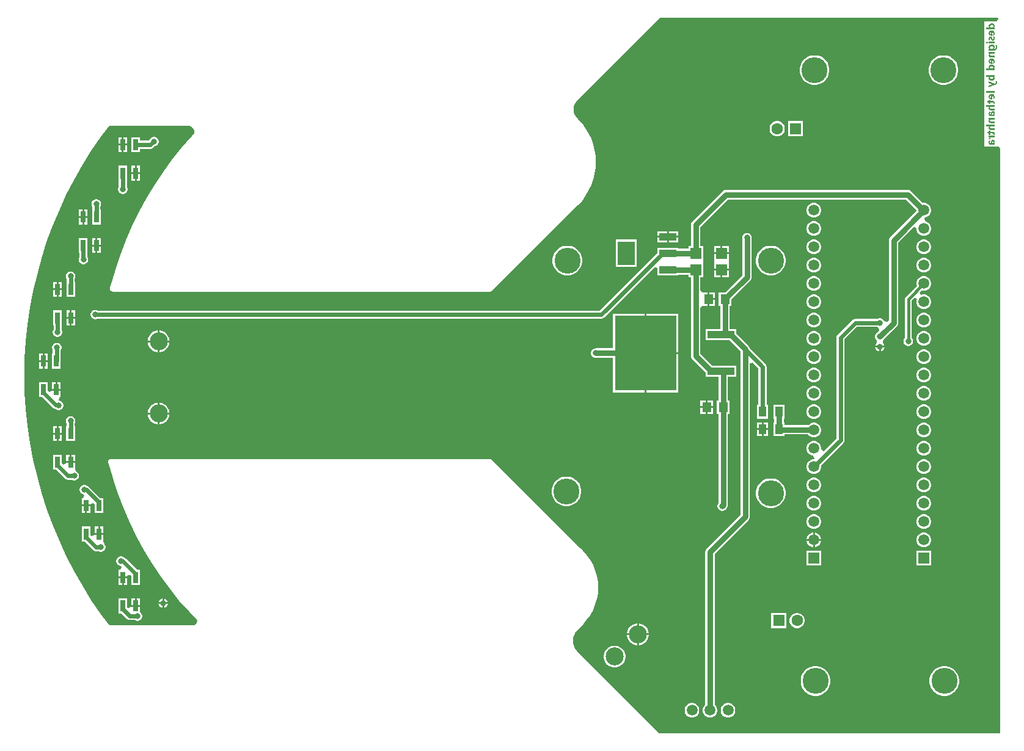
<source format=gbr>
G04*
G04 #@! TF.GenerationSoftware,Altium Limited,Altium Designer,25.5.2 (35)*
G04*
G04 Layer_Physical_Order=2*
G04 Layer_Color=16711680*
%FSLAX25Y25*%
%MOIN*%
G70*
G04*
G04 #@! TF.SameCoordinates,3A6C04F0-8456-4D88-A865-9B6E00D0E649*
G04*
G04*
G04 #@! TF.FilePolarity,Positive*
G04*
G01*
G75*
%ADD23R,0.03937X0.05500*%
%ADD47C,0.02362*%
%ADD48C,0.01575*%
%ADD49C,0.03150*%
%ADD50C,0.14173*%
%ADD51C,0.01575*%
%ADD52C,0.09843*%
%ADD53C,0.01968*%
%ADD54R,0.05984X0.05984*%
%ADD55C,0.05984*%
%ADD56C,0.05937*%
%ADD57R,0.06299X0.06299*%
%ADD58C,0.06299*%
%ADD59C,0.03150*%
%ADD60R,0.02717X0.06181*%
%ADD61R,0.09449X0.03937*%
%ADD62R,0.06000X0.06000*%
%ADD63R,0.05000X0.05500*%
%ADD64R,0.33701X0.40827*%
%ADD65R,0.14724X0.04016*%
%ADD66R,0.09449X0.12992*%
G36*
X533144Y391575D02*
X532620Y390392D01*
X532251Y390000D01*
X525508D01*
Y321705D01*
X532447D01*
X533500Y321705D01*
X534022Y320346D01*
Y1529D01*
X348133D01*
X304220Y45443D01*
X303169Y46513D01*
X303169Y46513D01*
X302290Y47724D01*
X301725Y48780D01*
X301247Y50358D01*
X301085Y52000D01*
X301247Y53642D01*
X301725Y55220D01*
X302503Y56675D01*
X302936Y57203D01*
X304013Y58331D01*
X304013Y58331D01*
X305115Y59452D01*
X305149Y59486D01*
X306577Y60915D01*
X306765Y61196D01*
X308637Y63290D01*
X310485Y65895D01*
X312030Y68690D01*
X313252Y71641D01*
X314137Y74710D01*
X314672Y77859D01*
X314851Y81048D01*
X314672Y84237D01*
X314137Y87385D01*
X313252Y90455D01*
X312030Y93405D01*
X310485Y96201D01*
X308637Y98805D01*
X307461Y100121D01*
X306509Y101187D01*
X306420Y101267D01*
X305302Y102371D01*
X256987Y150688D01*
X256491Y151019D01*
X255906Y151136D01*
X49054D01*
X48469Y151019D01*
X47973Y150688D01*
X47641Y150192D01*
X47525Y149606D01*
X47532Y149571D01*
X47525Y149535D01*
X47600Y149160D01*
X47587Y149156D01*
X48006Y147445D01*
X50344Y139423D01*
X53030Y131510D01*
X56059Y123722D01*
X59424Y116074D01*
X63120Y108580D01*
X67139Y101254D01*
X71474Y94110D01*
X76116Y87162D01*
X81057Y80424D01*
X86288Y73907D01*
X91797Y67624D01*
X95897Y63341D01*
X96004Y62805D01*
X95809Y61823D01*
X95252Y60990D01*
X94646Y60585D01*
X48001D01*
X43543Y66564D01*
X38314Y74216D01*
X33407Y82078D01*
X28828Y90136D01*
X24587Y98376D01*
X20689Y106784D01*
X17143Y115346D01*
X13953Y124048D01*
X11126Y132874D01*
X8666Y141809D01*
X6577Y150838D01*
X4863Y159946D01*
X3526Y169117D01*
X2570Y178335D01*
X1996Y187585D01*
X1805Y196850D01*
X1996Y206116D01*
X2570Y215366D01*
X3526Y224584D01*
X4863Y233755D01*
X6577Y242863D01*
X8666Y251892D01*
X11126Y260827D01*
X13953Y269653D01*
X17143Y278354D01*
X20689Y286917D01*
X24587Y295325D01*
X28828Y303565D01*
X33407Y311623D01*
X38314Y319484D01*
X43543Y327137D01*
X48001Y333116D01*
X91891D01*
X92703Y332780D01*
X93503Y332166D01*
X94117Y331366D01*
X94503Y330434D01*
X94634Y329434D01*
X94568Y328929D01*
X93005Y327296D01*
X87511Y321031D01*
X82295Y314533D01*
X77368Y307813D01*
X72738Y300885D01*
X68415Y293761D01*
X64407Y286455D01*
X60722Y278982D01*
X57366Y271355D01*
X54346Y263589D01*
X51668Y255698D01*
X49336Y247698D01*
X48904Y245935D01*
X48603Y244704D01*
X48587Y244680D01*
X48543Y244458D01*
X48471Y244094D01*
X48587Y243509D01*
X48919Y243013D01*
X49415Y242681D01*
X50000Y242565D01*
X50000Y242565D01*
X255906D01*
X256491Y242681D01*
X256987Y243013D01*
X303798Y289824D01*
X303806Y289817D01*
X305999Y292236D01*
X307944Y294859D01*
X309622Y297659D01*
X311018Y300611D01*
X312119Y303686D01*
X312912Y306853D01*
X313391Y310083D01*
X313551Y313345D01*
X313391Y316606D01*
X312912Y319836D01*
X312119Y323003D01*
X311018Y326078D01*
X309622Y329029D01*
X307944Y331830D01*
X305999Y334453D01*
X304758Y335822D01*
X303806Y336872D01*
X303806Y336872D01*
X303718Y336966D01*
X302649Y338098D01*
X302468Y338319D01*
X301856Y339464D01*
X301479Y340707D01*
X301352Y342000D01*
X301479Y343293D01*
X301856Y344536D01*
X302118Y345027D01*
X302943Y346260D01*
X302943Y346260D01*
X302942Y346280D01*
X348834Y392171D01*
X532787D01*
X533144Y391575D01*
D02*
G37*
G36*
X529722Y388993D02*
X529846Y388985D01*
X529963Y388971D01*
X530080Y388942D01*
X530174Y388920D01*
X530269Y388891D01*
X530357Y388854D01*
X530430Y388825D01*
X530503Y388789D01*
X530561Y388759D01*
X530612Y388730D01*
X530656Y388701D01*
X530685Y388679D01*
X530707Y388665D01*
X530721Y388657D01*
X530728Y388650D01*
X530801Y388577D01*
X530860Y388504D01*
X530911Y388431D01*
X530962Y388351D01*
X531035Y388198D01*
X531078Y388052D01*
X531108Y387921D01*
X531115Y387863D01*
X531122Y387812D01*
X531130Y387775D01*
Y387717D01*
X531122Y387600D01*
X531108Y387498D01*
X531086Y387396D01*
X531049Y387301D01*
X531013Y387221D01*
X530969Y387141D01*
X530925Y387068D01*
X530882Y387010D01*
X530838Y386951D01*
X530787Y386900D01*
X530750Y386864D01*
X530714Y386828D01*
X530678Y386806D01*
X530656Y386784D01*
X530641Y386769D01*
X530634D01*
Y386755D01*
X531057D01*
Y385807D01*
X526508D01*
Y386755D01*
X528337D01*
Y386769D01*
X528265Y386820D01*
X528192Y386871D01*
X528141Y386930D01*
X528090Y386995D01*
X528046Y387061D01*
X528009Y387134D01*
X527958Y387265D01*
X527929Y387396D01*
X527922Y387447D01*
X527915Y387498D01*
X527907Y387535D01*
Y387593D01*
X527915Y387710D01*
X527929Y387819D01*
X527951Y387921D01*
X527980Y388016D01*
X528053Y388191D01*
X528097Y388271D01*
X528133Y388337D01*
X528177Y388402D01*
X528221Y388453D01*
X528257Y388504D01*
X528294Y388541D01*
X528323Y388570D01*
X528345Y388592D01*
X528359Y388606D01*
X528367Y388614D01*
X528454Y388679D01*
X528549Y388738D01*
X528651Y388796D01*
X528753Y388840D01*
X528957Y388905D01*
X529154Y388949D01*
X529241Y388971D01*
X529321Y388978D01*
X529402Y388985D01*
X529467Y388993D01*
X529518Y389000D01*
X529555D01*
X529584D01*
X529591D01*
X529722Y388993D01*
D02*
G37*
G36*
X529701Y385180D02*
X529832Y385173D01*
X529949Y385151D01*
X530058Y385122D01*
X530160Y385093D01*
X530255Y385056D01*
X530342Y385020D01*
X530422Y384983D01*
X530488Y384947D01*
X530553Y384910D01*
X530605Y384874D01*
X530641Y384845D01*
X530678Y384816D01*
X530699Y384794D01*
X530714Y384786D01*
X530721Y384779D01*
X530794Y384699D01*
X530852Y384611D01*
X530911Y384517D01*
X530955Y384422D01*
X531027Y384232D01*
X531078Y384043D01*
X531093Y383955D01*
X531108Y383875D01*
X531115Y383802D01*
X531122Y383744D01*
X531130Y383693D01*
Y383620D01*
X531122Y383372D01*
X531093Y383161D01*
X531078Y383059D01*
X531057Y382971D01*
X531035Y382884D01*
X531013Y382811D01*
X530998Y382738D01*
X530976Y382680D01*
X530955Y382628D01*
X530940Y382585D01*
X530925Y382556D01*
X530911Y382534D01*
X530903Y382519D01*
Y382512D01*
X530226D01*
X530306Y382658D01*
X530357Y382811D01*
X530401Y382957D01*
X530430Y383095D01*
X530444Y383219D01*
X530451Y383270D01*
Y383314D01*
X530459Y383350D01*
Y383401D01*
X530451Y383540D01*
X530430Y383664D01*
X530401Y383773D01*
X530357Y383868D01*
X530306Y383948D01*
X530247Y384021D01*
X530189Y384072D01*
X530123Y384123D01*
X530065Y384159D01*
X530007Y384189D01*
X529949Y384210D01*
X529897Y384225D01*
X529854Y384240D01*
X529824D01*
X529803Y384247D01*
X529795D01*
Y382242D01*
X529394D01*
X529271Y382249D01*
X529154Y382257D01*
X529037Y382279D01*
X528935Y382300D01*
X528840Y382330D01*
X528753Y382359D01*
X528665Y382395D01*
X528592Y382424D01*
X528527Y382461D01*
X528469Y382497D01*
X528425Y382526D01*
X528381Y382556D01*
X528352Y382577D01*
X528330Y382599D01*
X528315Y382607D01*
X528308Y382614D01*
X528235Y382687D01*
X528177Y382760D01*
X528119Y382847D01*
X528075Y382927D01*
X528002Y383102D01*
X527958Y383270D01*
X527929Y383416D01*
X527922Y383482D01*
X527915Y383540D01*
X527907Y383583D01*
Y383649D01*
X527915Y383766D01*
X527929Y383882D01*
X527951Y383992D01*
X527980Y384094D01*
X528053Y384283D01*
X528090Y384364D01*
X528133Y384436D01*
X528177Y384509D01*
X528214Y384568D01*
X528257Y384619D01*
X528286Y384662D01*
X528315Y384699D01*
X528337Y384721D01*
X528352Y384735D01*
X528359Y384743D01*
X528447Y384823D01*
X528542Y384888D01*
X528636Y384947D01*
X528738Y384998D01*
X528833Y385041D01*
X528935Y385078D01*
X529132Y385129D01*
X529219Y385151D01*
X529307Y385166D01*
X529380Y385173D01*
X529446Y385180D01*
X529496Y385187D01*
X529533D01*
X529562D01*
X529569D01*
X529701Y385180D01*
D02*
G37*
G36*
X531027Y381703D02*
X531064Y381542D01*
X531093Y381382D01*
X531108Y381236D01*
X531122Y381112D01*
Y381061D01*
X531130Y381017D01*
Y380828D01*
X531122Y380733D01*
X531115Y380638D01*
X531100Y380558D01*
X531093Y380493D01*
X531086Y380441D01*
X531078Y380412D01*
Y380398D01*
X531057Y380303D01*
X531027Y380223D01*
X530998Y380143D01*
X530969Y380077D01*
X530947Y380019D01*
X530925Y379982D01*
X530911Y379953D01*
X530903Y379946D01*
X530852Y379873D01*
X530801Y379815D01*
X530750Y379756D01*
X530699Y379713D01*
X530656Y379676D01*
X530619Y379654D01*
X530597Y379640D01*
X530590Y379632D01*
X530510Y379589D01*
X530437Y379559D01*
X530357Y379538D01*
X530284Y379523D01*
X530218Y379516D01*
X530167Y379508D01*
X530138D01*
X530123D01*
X530051D01*
X529985Y379516D01*
X529934Y379523D01*
X529883Y379538D01*
X529839Y379545D01*
X529810Y379559D01*
X529795Y379567D01*
X529788D01*
X529686Y379618D01*
X529606Y379676D01*
X529577Y379698D01*
X529555Y379720D01*
X529548Y379734D01*
X529540Y379742D01*
X529467Y379829D01*
X529409Y379917D01*
X529387Y379953D01*
X529373Y379975D01*
X529358Y379997D01*
Y380004D01*
X529300Y380121D01*
X529256Y380230D01*
X529234Y380281D01*
X529227Y380318D01*
X529212Y380340D01*
Y380347D01*
X529183Y380420D01*
X529161Y380493D01*
X529154Y380514D01*
X529147Y380536D01*
X529139Y380551D01*
Y380558D01*
X529110Y380631D01*
X529088Y380689D01*
X529066Y380733D01*
X529059Y380740D01*
Y380748D01*
X529023Y380806D01*
X528994Y380850D01*
X528964Y380886D01*
X528957Y380893D01*
X528906Y380923D01*
X528862Y380937D01*
X528826Y380944D01*
X528811D01*
X528767Y380937D01*
X528731Y380923D01*
X528709Y380915D01*
X528702Y380908D01*
X528665Y380879D01*
X528644Y380850D01*
X528629Y380821D01*
X528622Y380813D01*
X528600Y380762D01*
X528585Y380719D01*
X528571Y380682D01*
Y380667D01*
X528563Y380602D01*
X528556Y380544D01*
Y380485D01*
X528563Y380340D01*
X528571Y380274D01*
X528578Y380208D01*
X528592Y380157D01*
X528600Y380121D01*
X528607Y380092D01*
Y380084D01*
X528651Y379939D01*
X528680Y379873D01*
X528709Y379815D01*
X528731Y379764D01*
X528753Y379727D01*
X528760Y379705D01*
X528767Y379698D01*
X528031D01*
X527995Y379851D01*
X527980Y379917D01*
X527966Y379982D01*
X527958Y380033D01*
X527951Y380077D01*
X527944Y380106D01*
Y380114D01*
X527922Y380267D01*
X527915Y380340D01*
Y380398D01*
X527907Y380456D01*
Y380529D01*
X527915Y380719D01*
X527922Y380806D01*
X527936Y380879D01*
X527944Y380944D01*
X527958Y380988D01*
X527966Y381017D01*
Y381032D01*
X527987Y381119D01*
X528017Y381200D01*
X528046Y381273D01*
X528075Y381338D01*
X528097Y381389D01*
X528119Y381426D01*
X528133Y381455D01*
X528141Y381462D01*
X528184Y381528D01*
X528235Y381586D01*
X528286Y381637D01*
X528337Y381681D01*
X528381Y381717D01*
X528418Y381739D01*
X528440Y381754D01*
X528447Y381761D01*
X528520Y381798D01*
X528592Y381827D01*
X528665Y381841D01*
X528738Y381856D01*
X528797Y381863D01*
X528848Y381870D01*
X528877D01*
X528891D01*
X529015Y381863D01*
X529074Y381856D01*
X529117Y381849D01*
X529161Y381841D01*
X529190Y381834D01*
X529205Y381827D01*
X529212D01*
X529307Y381783D01*
X529387Y381732D01*
X529416Y381710D01*
X529438Y381695D01*
X529453Y381688D01*
X529460Y381681D01*
X529533Y381601D01*
X529591Y381528D01*
X529613Y381499D01*
X529628Y381469D01*
X529635Y381455D01*
X529642Y381448D01*
X529701Y381331D01*
X529752Y381229D01*
X529766Y381185D01*
X529781Y381149D01*
X529795Y381127D01*
Y381119D01*
X529824Y381039D01*
X529854Y380959D01*
X529861Y380930D01*
X529868Y380908D01*
X529876Y380893D01*
Y380886D01*
X529905Y380799D01*
X529927Y380726D01*
X529941Y380697D01*
X529949Y380675D01*
X529956Y380667D01*
Y380660D01*
X529992Y380587D01*
X530029Y380529D01*
X530051Y380500D01*
X530065Y380485D01*
X530109Y380449D01*
X530160Y380427D01*
X530196Y380420D01*
X530204D01*
X530211D01*
X530262Y380427D01*
X530306Y380441D01*
X530371Y380493D01*
X530408Y380544D01*
X530422Y380558D01*
Y380566D01*
X530444Y380624D01*
X530459Y380689D01*
X530481Y380821D01*
Y380879D01*
X530488Y380923D01*
Y380966D01*
X530481Y381119D01*
X530466Y381192D01*
X530451Y381258D01*
X530444Y381316D01*
X530430Y381367D01*
X530422Y381397D01*
Y381404D01*
X530357Y381572D01*
X530320Y381652D01*
X530291Y381725D01*
X530262Y381783D01*
X530233Y381827D01*
X530218Y381863D01*
X530211Y381870D01*
X530976D01*
X531027Y381703D01*
D02*
G37*
G36*
X531057Y378014D02*
X527980D01*
Y378969D01*
X531057D01*
Y378014D01*
D02*
G37*
G36*
X527076Y379027D02*
X527149Y379013D01*
X527207Y378983D01*
X527258Y378954D01*
X527302Y378932D01*
X527331Y378903D01*
X527353Y378889D01*
X527360Y378882D01*
X527404Y378823D01*
X527441Y378758D01*
X527463Y378692D01*
X527485Y378626D01*
X527492Y378575D01*
X527499Y378524D01*
Y378488D01*
X527492Y378400D01*
X527477Y378320D01*
X527455Y378255D01*
X527426Y378196D01*
X527404Y378152D01*
X527382Y378123D01*
X527368Y378101D01*
X527360Y378094D01*
X527302Y378043D01*
X527244Y378007D01*
X527186Y377977D01*
X527127Y377963D01*
X527076Y377948D01*
X527040Y377941D01*
X527011D01*
X527003D01*
X526930Y377948D01*
X526858Y377963D01*
X526799Y377992D01*
X526756Y378014D01*
X526712Y378043D01*
X526683Y378072D01*
X526668Y378087D01*
X526661Y378094D01*
X526617Y378152D01*
X526580Y378218D01*
X526559Y378284D01*
X526537Y378342D01*
X526530Y378400D01*
X526522Y378444D01*
Y378488D01*
X526530Y378575D01*
X526544Y378648D01*
X526566Y378721D01*
X526588Y378772D01*
X526617Y378823D01*
X526639Y378852D01*
X526653Y378874D01*
X526661Y378882D01*
X526712Y378932D01*
X526770Y378969D01*
X526828Y378998D01*
X526879Y379013D01*
X526930Y379027D01*
X526967Y379035D01*
X526996D01*
X527003D01*
X527076Y379027D01*
D02*
G37*
G36*
X529737Y377394D02*
X529854Y377387D01*
X529970Y377372D01*
X530072Y377351D01*
X530174Y377321D01*
X530269Y377292D01*
X530349Y377263D01*
X530422Y377227D01*
X530495Y377198D01*
X530553Y377168D01*
X530605Y377139D01*
X530648Y377110D01*
X530678Y377088D01*
X530699Y377074D01*
X530714Y377059D01*
X530721D01*
X530794Y376993D01*
X530852Y376921D01*
X530911Y376840D01*
X530955Y376767D01*
X531027Y376607D01*
X531078Y376454D01*
X531108Y376323D01*
X531115Y376264D01*
X531122Y376213D01*
X531130Y376177D01*
Y376119D01*
X531122Y376002D01*
X531108Y375893D01*
X531086Y375798D01*
X531049Y375703D01*
X531013Y375616D01*
X530969Y375535D01*
X530918Y375470D01*
X530874Y375404D01*
X530823Y375346D01*
X530780Y375295D01*
X530736Y375258D01*
X530699Y375222D01*
X530663Y375200D01*
X530641Y375178D01*
X530626Y375164D01*
X530619D01*
Y375149D01*
X530860D01*
X531013Y375164D01*
X531151Y375193D01*
X531268Y375237D01*
X531363Y375280D01*
X531443Y375331D01*
X531501Y375375D01*
X531530Y375404D01*
X531545Y375419D01*
X531633Y375528D01*
X531691Y375645D01*
X531735Y375769D01*
X531771Y375885D01*
X531786Y375995D01*
X531793Y376082D01*
X531800Y376119D01*
Y376162D01*
X531786Y376345D01*
X531756Y376512D01*
X531713Y376673D01*
X531662Y376818D01*
X531611Y376942D01*
X531589Y376993D01*
X531567Y377037D01*
X531545Y377074D01*
X531538Y377095D01*
X531523Y377110D01*
Y377117D01*
X532318D01*
X532376Y376972D01*
X532420Y376811D01*
X532456Y376643D01*
X532478Y376490D01*
X532493Y376345D01*
Y376286D01*
X532500Y376235D01*
Y376133D01*
X532493Y375958D01*
X532478Y375798D01*
X532456Y375652D01*
X532427Y375514D01*
X532391Y375382D01*
X532347Y375266D01*
X532310Y375156D01*
X532259Y375061D01*
X532216Y374974D01*
X532179Y374901D01*
X532135Y374843D01*
X532099Y374792D01*
X532070Y374748D01*
X532048Y374719D01*
X532033Y374704D01*
X532026Y374697D01*
X531931Y374609D01*
X531837Y374537D01*
X531727Y374464D01*
X531625Y374413D01*
X531516Y374362D01*
X531406Y374325D01*
X531188Y374260D01*
X531093Y374245D01*
X530998Y374231D01*
X530918Y374216D01*
X530845Y374209D01*
X530787Y374201D01*
X530743D01*
X530714D01*
X530707D01*
X527980D01*
Y375149D01*
X528345D01*
Y375164D01*
X528265Y375222D01*
X528199Y375280D01*
X528141Y375346D01*
X528090Y375411D01*
X528046Y375477D01*
X528017Y375550D01*
X527958Y375689D01*
X527929Y375812D01*
X527922Y375863D01*
X527915Y375907D01*
X527907Y375951D01*
Y376002D01*
X527915Y376119D01*
X527929Y376228D01*
X527951Y376330D01*
X527980Y376425D01*
X528053Y376600D01*
X528097Y376673D01*
X528133Y376746D01*
X528177Y376804D01*
X528221Y376862D01*
X528257Y376906D01*
X528294Y376942D01*
X528323Y376979D01*
X528345Y377001D01*
X528359Y377008D01*
X528367Y377015D01*
X528454Y377081D01*
X528549Y377139D01*
X528651Y377198D01*
X528753Y377241D01*
X528957Y377307D01*
X529161Y377351D01*
X529249Y377372D01*
X529336Y377380D01*
X529409Y377387D01*
X529475Y377394D01*
X529533Y377402D01*
X529569D01*
X529599D01*
X529606D01*
X529737Y377394D01*
D02*
G37*
G36*
X531057Y372452D02*
X529307D01*
X529205Y372444D01*
X529110Y372430D01*
X529030Y372401D01*
X528957Y372372D01*
X528899Y372350D01*
X528862Y372321D01*
X528833Y372306D01*
X528826Y372299D01*
X528760Y372233D01*
X528717Y372167D01*
X528680Y372102D01*
X528658Y372036D01*
X528644Y371978D01*
X528636Y371934D01*
Y371890D01*
X528644Y371803D01*
X528665Y371723D01*
X528702Y371657D01*
X528746Y371591D01*
X528804Y371548D01*
X528862Y371504D01*
X528928Y371467D01*
X528994Y371446D01*
X529125Y371409D01*
X529183Y371395D01*
X529241Y371387D01*
X529285Y371380D01*
X529321D01*
X529343D01*
X529351D01*
X531057D01*
Y370432D01*
X529176D01*
X529059D01*
X528950Y370447D01*
X528760Y370476D01*
X528585Y370527D01*
X528440Y370593D01*
X528323Y370666D01*
X528214Y370753D01*
X528133Y370848D01*
X528068Y370943D01*
X528017Y371037D01*
X527973Y371132D01*
X527944Y371212D01*
X527929Y371293D01*
X527915Y371358D01*
X527907Y371409D01*
Y371453D01*
X527915Y371570D01*
X527929Y371679D01*
X527958Y371788D01*
X527995Y371883D01*
X528039Y371971D01*
X528082Y372051D01*
X528133Y372124D01*
X528184Y372189D01*
X528243Y372248D01*
X528294Y372299D01*
X528337Y372342D01*
X528381Y372379D01*
X528418Y372408D01*
X528447Y372430D01*
X528461Y372437D01*
X528469Y372444D01*
Y372452D01*
X527980D01*
Y373407D01*
X531057D01*
Y372452D01*
D02*
G37*
G36*
X529701Y369857D02*
X529832Y369849D01*
X529949Y369827D01*
X530058Y369798D01*
X530160Y369769D01*
X530255Y369732D01*
X530342Y369696D01*
X530422Y369660D01*
X530488Y369623D01*
X530553Y369587D01*
X530605Y369550D01*
X530641Y369521D01*
X530678Y369492D01*
X530699Y369470D01*
X530714Y369463D01*
X530721Y369456D01*
X530794Y369375D01*
X530852Y369288D01*
X530911Y369193D01*
X530955Y369098D01*
X531027Y368909D01*
X531078Y368719D01*
X531093Y368632D01*
X531108Y368551D01*
X531115Y368479D01*
X531122Y368420D01*
X531130Y368369D01*
Y368296D01*
X531122Y368049D01*
X531093Y367837D01*
X531078Y367735D01*
X531057Y367648D01*
X531035Y367560D01*
X531013Y367487D01*
X530998Y367414D01*
X530976Y367356D01*
X530955Y367305D01*
X530940Y367261D01*
X530925Y367232D01*
X530911Y367210D01*
X530903Y367196D01*
Y367188D01*
X530226D01*
X530306Y367334D01*
X530357Y367487D01*
X530401Y367633D01*
X530430Y367772D01*
X530444Y367895D01*
X530451Y367947D01*
Y367990D01*
X530459Y368027D01*
Y368078D01*
X530451Y368216D01*
X530430Y368340D01*
X530401Y368449D01*
X530357Y368544D01*
X530306Y368624D01*
X530247Y368697D01*
X530189Y368748D01*
X530123Y368799D01*
X530065Y368836D01*
X530007Y368865D01*
X529949Y368887D01*
X529897Y368901D01*
X529854Y368916D01*
X529824D01*
X529803Y368923D01*
X529795D01*
Y366919D01*
X529394D01*
X529271Y366926D01*
X529154Y366933D01*
X529037Y366955D01*
X528935Y366977D01*
X528840Y367006D01*
X528753Y367035D01*
X528665Y367072D01*
X528592Y367101D01*
X528527Y367137D01*
X528469Y367174D01*
X528425Y367203D01*
X528381Y367232D01*
X528352Y367254D01*
X528330Y367276D01*
X528315Y367283D01*
X528308Y367290D01*
X528235Y367363D01*
X528177Y367436D01*
X528119Y367524D01*
X528075Y367604D01*
X528002Y367779D01*
X527958Y367947D01*
X527929Y368092D01*
X527922Y368158D01*
X527915Y368216D01*
X527907Y368260D01*
Y368326D01*
X527915Y368442D01*
X527929Y368559D01*
X527951Y368668D01*
X527980Y368770D01*
X528053Y368960D01*
X528090Y369040D01*
X528133Y369113D01*
X528177Y369186D01*
X528214Y369244D01*
X528257Y369295D01*
X528286Y369339D01*
X528315Y369375D01*
X528337Y369397D01*
X528352Y369412D01*
X528359Y369419D01*
X528447Y369499D01*
X528542Y369565D01*
X528636Y369623D01*
X528738Y369674D01*
X528833Y369718D01*
X528935Y369754D01*
X529132Y369805D01*
X529219Y369827D01*
X529307Y369842D01*
X529380Y369849D01*
X529446Y369857D01*
X529496Y369864D01*
X529533D01*
X529562D01*
X529569D01*
X529701Y369857D01*
D02*
G37*
G36*
X529722Y366525D02*
X529846Y366518D01*
X529963Y366503D01*
X530080Y366474D01*
X530174Y366452D01*
X530269Y366423D01*
X530357Y366386D01*
X530430Y366357D01*
X530503Y366321D01*
X530561Y366292D01*
X530612Y366263D01*
X530656Y366233D01*
X530685Y366212D01*
X530707Y366197D01*
X530721Y366190D01*
X530728Y366182D01*
X530801Y366109D01*
X530860Y366037D01*
X530911Y365964D01*
X530962Y365883D01*
X531035Y365730D01*
X531078Y365584D01*
X531108Y365453D01*
X531115Y365395D01*
X531122Y365344D01*
X531130Y365307D01*
Y365249D01*
X531122Y365132D01*
X531108Y365031D01*
X531086Y364928D01*
X531049Y364834D01*
X531013Y364754D01*
X530969Y364673D01*
X530925Y364600D01*
X530882Y364542D01*
X530838Y364484D01*
X530787Y364433D01*
X530750Y364396D01*
X530714Y364360D01*
X530678Y364338D01*
X530656Y364316D01*
X530641Y364301D01*
X530634D01*
Y364287D01*
X531057D01*
Y363339D01*
X526508D01*
Y364287D01*
X528337D01*
Y364301D01*
X528265Y364352D01*
X528192Y364404D01*
X528141Y364462D01*
X528090Y364528D01*
X528046Y364593D01*
X528009Y364666D01*
X527958Y364797D01*
X527929Y364928D01*
X527922Y364979D01*
X527915Y365031D01*
X527907Y365067D01*
Y365125D01*
X527915Y365242D01*
X527929Y365351D01*
X527951Y365453D01*
X527980Y365548D01*
X528053Y365723D01*
X528097Y365803D01*
X528133Y365869D01*
X528177Y365934D01*
X528221Y365985D01*
X528257Y366037D01*
X528294Y366073D01*
X528323Y366102D01*
X528345Y366124D01*
X528359Y366139D01*
X528367Y366146D01*
X528454Y366212D01*
X528549Y366270D01*
X528651Y366328D01*
X528753Y366372D01*
X528957Y366437D01*
X529154Y366481D01*
X529241Y366503D01*
X529321Y366510D01*
X529402Y366518D01*
X529467Y366525D01*
X529518Y366532D01*
X529555D01*
X529584D01*
X529591D01*
X529722Y366525D01*
D02*
G37*
G36*
X531057Y359884D02*
X530699D01*
Y359876D01*
X530772Y359818D01*
X530838Y359752D01*
X530896Y359687D01*
X530947Y359621D01*
X530991Y359548D01*
X531027Y359475D01*
X531078Y359337D01*
X531108Y359213D01*
X531115Y359155D01*
X531122Y359111D01*
X531130Y359067D01*
Y359016D01*
X531122Y358900D01*
X531108Y358790D01*
X531086Y358688D01*
X531057Y358593D01*
X530984Y358426D01*
X530940Y358353D01*
X530896Y358280D01*
X530860Y358222D01*
X530816Y358171D01*
X530780Y358120D01*
X530743Y358083D01*
X530714Y358054D01*
X530692Y358032D01*
X530678Y358025D01*
X530670Y358017D01*
X530583Y357952D01*
X530481Y357894D01*
X530386Y357842D01*
X530284Y357799D01*
X530072Y357733D01*
X529876Y357682D01*
X529788Y357668D01*
X529708Y357660D01*
X529628Y357653D01*
X529562Y357646D01*
X529511Y357638D01*
X529475D01*
X529446D01*
X529438D01*
X529307D01*
X529183Y357653D01*
X529066Y357668D01*
X528964Y357689D01*
X528862Y357711D01*
X528767Y357740D01*
X528687Y357770D01*
X528607Y357799D01*
X528542Y357828D01*
X528483Y357857D01*
X528432Y357886D01*
X528388Y357908D01*
X528359Y357930D01*
X528337Y357945D01*
X528323Y357952D01*
X528315Y357959D01*
X528243Y358025D01*
X528177Y358090D01*
X528126Y358163D01*
X528082Y358236D01*
X528009Y358389D01*
X527958Y358535D01*
X527929Y358674D01*
X527922Y358732D01*
X527915Y358776D01*
X527907Y358819D01*
Y358878D01*
X527915Y358994D01*
X527929Y359104D01*
X527958Y359213D01*
X527995Y359308D01*
X528031Y359395D01*
X528075Y359475D01*
X528126Y359556D01*
X528177Y359621D01*
X528228Y359680D01*
X528279Y359731D01*
X528323Y359774D01*
X528359Y359811D01*
X528396Y359840D01*
X528425Y359862D01*
X528440Y359869D01*
X528447Y359876D01*
Y359884D01*
X526508D01*
Y360839D01*
X531057D01*
Y359884D01*
D02*
G37*
G36*
Y356188D02*
X531428Y356348D01*
X531487Y356377D01*
X531538Y356414D01*
X531625Y356487D01*
X531683Y356574D01*
X531727Y356654D01*
X531749Y356734D01*
X531764Y356800D01*
X531771Y356844D01*
Y356858D01*
X531764Y356939D01*
X531756Y357019D01*
X531735Y357084D01*
X531713Y357150D01*
X531698Y357194D01*
X531676Y357238D01*
X531669Y357259D01*
X531662Y357267D01*
X532420D01*
X532449Y357179D01*
X532464Y357084D01*
X532478Y356990D01*
X532493Y356902D01*
Y356822D01*
X532500Y356764D01*
Y356705D01*
X532485Y356538D01*
X532449Y356384D01*
X532391Y356239D01*
X532310Y356107D01*
X532223Y355984D01*
X532121Y355874D01*
X532012Y355772D01*
X531895Y355685D01*
X531786Y355605D01*
X531676Y355532D01*
X531574Y355473D01*
X531487Y355430D01*
X531406Y355393D01*
X531348Y355364D01*
X531312Y355349D01*
X531297Y355342D01*
X527980Y354096D01*
Y355036D01*
X529861Y355612D01*
X529949Y355634D01*
X530021Y355656D01*
X530094Y355677D01*
X530153Y355692D01*
X530204Y355699D01*
X530240Y355707D01*
X530262Y355714D01*
X530269D01*
Y355728D01*
X530182Y355743D01*
X530102Y355750D01*
X530029Y355765D01*
X529970Y355780D01*
X529919Y355794D01*
X529883Y355801D01*
X529861Y355809D01*
X529854D01*
X527980Y356384D01*
Y357427D01*
X531057Y356188D01*
D02*
G37*
G36*
Y351063D02*
X526508D01*
Y352018D01*
X531057D01*
Y351063D01*
D02*
G37*
G36*
X529701Y350443D02*
X529832Y350436D01*
X529949Y350414D01*
X530058Y350385D01*
X530160Y350356D01*
X530255Y350319D01*
X530342Y350283D01*
X530422Y350246D01*
X530488Y350210D01*
X530553Y350173D01*
X530605Y350137D01*
X530641Y350108D01*
X530678Y350079D01*
X530699Y350057D01*
X530714Y350049D01*
X530721Y350042D01*
X530794Y349962D01*
X530852Y349875D01*
X530911Y349780D01*
X530955Y349685D01*
X531027Y349496D01*
X531078Y349306D01*
X531093Y349219D01*
X531108Y349138D01*
X531115Y349065D01*
X531122Y349007D01*
X531130Y348956D01*
Y348883D01*
X531122Y348635D01*
X531093Y348424D01*
X531078Y348322D01*
X531057Y348234D01*
X531035Y348147D01*
X531013Y348074D01*
X530998Y348001D01*
X530976Y347943D01*
X530955Y347892D01*
X530940Y347848D01*
X530925Y347819D01*
X530911Y347797D01*
X530903Y347782D01*
Y347775D01*
X530226D01*
X530306Y347921D01*
X530357Y348074D01*
X530401Y348220D01*
X530430Y348358D01*
X530444Y348482D01*
X530451Y348533D01*
Y348577D01*
X530459Y348613D01*
Y348664D01*
X530451Y348803D01*
X530430Y348927D01*
X530401Y349036D01*
X530357Y349131D01*
X530306Y349211D01*
X530247Y349284D01*
X530189Y349335D01*
X530123Y349386D01*
X530065Y349423D01*
X530007Y349452D01*
X529949Y349474D01*
X529897Y349488D01*
X529854Y349503D01*
X529824D01*
X529803Y349510D01*
X529795D01*
Y347505D01*
X529394D01*
X529271Y347513D01*
X529154Y347520D01*
X529037Y347542D01*
X528935Y347564D01*
X528840Y347593D01*
X528753Y347622D01*
X528665Y347658D01*
X528592Y347688D01*
X528527Y347724D01*
X528469Y347761D01*
X528425Y347790D01*
X528381Y347819D01*
X528352Y347841D01*
X528330Y347863D01*
X528315Y347870D01*
X528308Y347877D01*
X528235Y347950D01*
X528177Y348023D01*
X528119Y348110D01*
X528075Y348191D01*
X528002Y348365D01*
X527958Y348533D01*
X527929Y348679D01*
X527922Y348745D01*
X527915Y348803D01*
X527907Y348847D01*
Y348912D01*
X527915Y349029D01*
X527929Y349146D01*
X527951Y349255D01*
X527980Y349357D01*
X528053Y349547D01*
X528090Y349627D01*
X528133Y349700D01*
X528177Y349773D01*
X528214Y349831D01*
X528257Y349882D01*
X528286Y349926D01*
X528315Y349962D01*
X528337Y349984D01*
X528352Y349998D01*
X528359Y350006D01*
X528447Y350086D01*
X528542Y350152D01*
X528636Y350210D01*
X528738Y350261D01*
X528833Y350305D01*
X528935Y350341D01*
X529132Y350392D01*
X529219Y350414D01*
X529307Y350429D01*
X529380Y350436D01*
X529446Y350443D01*
X529496Y350450D01*
X529533D01*
X529562D01*
X529569D01*
X529701Y350443D01*
D02*
G37*
G36*
X528687Y346711D02*
X530094D01*
X530276Y346696D01*
X530437Y346667D01*
X530575Y346616D01*
X530692Y346558D01*
X530794Y346477D01*
X530874Y346397D01*
X530947Y346303D01*
X530998Y346208D01*
X531042Y346120D01*
X531071Y346025D01*
X531100Y345945D01*
X531115Y345865D01*
X531122Y345807D01*
X531130Y345756D01*
Y345712D01*
X531122Y345559D01*
X531115Y345428D01*
X531100Y345326D01*
X531078Y345231D01*
X531057Y345165D01*
X531042Y345114D01*
X531035Y345085D01*
X531027Y345078D01*
X530320D01*
X530349Y345136D01*
X530371Y345187D01*
X530393Y345289D01*
X530401Y345326D01*
X530408Y345355D01*
Y345384D01*
X530401Y345449D01*
X530386Y345508D01*
X530364Y345559D01*
X530335Y345603D01*
X530255Y345668D01*
X530167Y345712D01*
X530080Y345741D01*
X529999Y345756D01*
X529970Y345763D01*
X529949D01*
X529934D01*
X529927D01*
X528687D01*
Y345078D01*
X527980D01*
Y345763D01*
X527047D01*
X527317Y346711D01*
X527980D01*
Y347214D01*
X528687D01*
Y346711D01*
D02*
G37*
G36*
X531057Y343591D02*
X529307D01*
X529205Y343583D01*
X529110Y343569D01*
X529030Y343540D01*
X528957Y343510D01*
X528899Y343489D01*
X528862Y343459D01*
X528833Y343445D01*
X528826Y343438D01*
X528760Y343379D01*
X528717Y343306D01*
X528680Y343241D01*
X528658Y343175D01*
X528644Y343117D01*
X528636Y343073D01*
Y343029D01*
X528644Y342942D01*
X528665Y342869D01*
X528702Y342796D01*
X528738Y342745D01*
X528797Y342694D01*
X528848Y342657D01*
X528972Y342592D01*
X529103Y342563D01*
X529154Y342548D01*
X529205Y342541D01*
X529249Y342533D01*
X529285D01*
X529307D01*
X529314D01*
X531057D01*
Y341593D01*
X529169D01*
X529052D01*
X528950Y341608D01*
X528753Y341637D01*
X528585Y341688D01*
X528440Y341754D01*
X528315Y341834D01*
X528214Y341921D01*
X528133Y342016D01*
X528068Y342111D01*
X528009Y342213D01*
X527973Y342307D01*
X527944Y342395D01*
X527929Y342475D01*
X527915Y342541D01*
X527907Y342592D01*
Y342636D01*
X527915Y342745D01*
X527929Y342847D01*
X527958Y342942D01*
X527987Y343037D01*
X528075Y343197D01*
X528170Y343335D01*
X528221Y343394D01*
X528272Y343438D01*
X528315Y343481D01*
X528359Y343518D01*
X528388Y343547D01*
X528418Y343569D01*
X528432Y343576D01*
X528440Y343583D01*
Y343591D01*
X526508D01*
Y344546D01*
X531057D01*
Y343591D01*
D02*
G37*
G36*
X530357Y341054D02*
X530488Y341024D01*
X530605Y340988D01*
X530699Y340937D01*
X530780Y340893D01*
X530838Y340849D01*
X530867Y340820D01*
X530882Y340813D01*
X530962Y340711D01*
X531027Y340594D01*
X531071Y340478D01*
X531100Y340361D01*
X531115Y340259D01*
X531122Y340179D01*
X531130Y340150D01*
Y340106D01*
X531122Y339997D01*
X531108Y339895D01*
X531086Y339800D01*
X531049Y339705D01*
X530969Y339552D01*
X530874Y339421D01*
X530780Y339319D01*
X530699Y339246D01*
X530663Y339217D01*
X530641Y339202D01*
X530626Y339187D01*
X530619D01*
Y339180D01*
X531057D01*
Y338283D01*
X529219D01*
X529103D01*
X528986Y338298D01*
X528789Y338342D01*
X528614Y338407D01*
X528461Y338488D01*
X528330Y338590D01*
X528228Y338699D01*
X528141Y338816D01*
X528068Y338940D01*
X528017Y339064D01*
X527973Y339180D01*
X527944Y339289D01*
X527929Y339392D01*
X527915Y339472D01*
X527907Y339537D01*
Y339705D01*
X527922Y339814D01*
X527929Y339916D01*
X527944Y340019D01*
X527958Y340099D01*
X527973Y340164D01*
X527980Y340208D01*
X527987Y340215D01*
Y340223D01*
X528017Y340347D01*
X528053Y340449D01*
X528082Y340543D01*
X528111Y340624D01*
X528133Y340682D01*
X528155Y340726D01*
X528162Y340755D01*
X528170Y340762D01*
X528884D01*
X528826Y340667D01*
X528775Y340573D01*
X528695Y340390D01*
X528636Y340215D01*
X528600Y340055D01*
X528585Y339982D01*
X528571Y339916D01*
X528563Y339858D01*
Y339814D01*
X528556Y339771D01*
Y339720D01*
X528563Y339625D01*
X528578Y339537D01*
X528600Y339464D01*
X528636Y339406D01*
X528673Y339348D01*
X528717Y339304D01*
X528760Y339268D01*
X528804Y339239D01*
X528899Y339202D01*
X528979Y339180D01*
X529015Y339173D01*
X529037D01*
X529052D01*
X529059D01*
X529169Y340011D01*
X529205Y340193D01*
X529256Y340361D01*
X529314Y340500D01*
X529387Y340624D01*
X529467Y340726D01*
X529555Y340813D01*
X529650Y340879D01*
X529737Y340937D01*
X529824Y340981D01*
X529912Y341010D01*
X529992Y341039D01*
X530058Y341054D01*
X530116Y341061D01*
X530167Y341068D01*
X530196D01*
X530204D01*
X530357Y341054D01*
D02*
G37*
G36*
X531057Y336578D02*
X529307D01*
X529205Y336570D01*
X529110Y336556D01*
X529030Y336527D01*
X528957Y336497D01*
X528899Y336476D01*
X528862Y336446D01*
X528833Y336432D01*
X528826Y336424D01*
X528760Y336359D01*
X528717Y336293D01*
X528680Y336228D01*
X528658Y336162D01*
X528644Y336104D01*
X528636Y336060D01*
Y336016D01*
X528644Y335929D01*
X528665Y335849D01*
X528702Y335783D01*
X528746Y335717D01*
X528804Y335674D01*
X528862Y335630D01*
X528928Y335594D01*
X528994Y335572D01*
X529125Y335535D01*
X529183Y335521D01*
X529241Y335513D01*
X529285Y335506D01*
X529321D01*
X529343D01*
X529351D01*
X531057D01*
Y334558D01*
X529176D01*
X529059D01*
X528950Y334573D01*
X528760Y334602D01*
X528585Y334653D01*
X528440Y334719D01*
X528323Y334792D01*
X528214Y334879D01*
X528133Y334974D01*
X528068Y335069D01*
X528017Y335163D01*
X527973Y335258D01*
X527944Y335338D01*
X527929Y335419D01*
X527915Y335484D01*
X527907Y335535D01*
Y335579D01*
X527915Y335696D01*
X527929Y335805D01*
X527958Y335914D01*
X527995Y336009D01*
X528039Y336097D01*
X528082Y336177D01*
X528133Y336250D01*
X528184Y336315D01*
X528243Y336373D01*
X528294Y336424D01*
X528337Y336468D01*
X528381Y336505D01*
X528418Y336534D01*
X528447Y336556D01*
X528461Y336563D01*
X528469Y336570D01*
Y336578D01*
X527980D01*
Y337533D01*
X531057D01*
Y336578D01*
D02*
G37*
G36*
Y332852D02*
X529307D01*
X529205Y332845D01*
X529110Y332831D01*
X529030Y332801D01*
X528957Y332772D01*
X528899Y332750D01*
X528862Y332721D01*
X528833Y332707D01*
X528826Y332699D01*
X528760Y332641D01*
X528717Y332568D01*
X528680Y332503D01*
X528658Y332437D01*
X528644Y332379D01*
X528636Y332335D01*
Y332291D01*
X528644Y332204D01*
X528665Y332131D01*
X528702Y332058D01*
X528738Y332007D01*
X528797Y331956D01*
X528848Y331919D01*
X528972Y331854D01*
X529103Y331824D01*
X529154Y331810D01*
X529205Y331803D01*
X529249Y331795D01*
X529285D01*
X529307D01*
X529314D01*
X531057D01*
Y330855D01*
X529169D01*
X529052D01*
X528950Y330870D01*
X528753Y330899D01*
X528585Y330950D01*
X528440Y331015D01*
X528315Y331096D01*
X528214Y331183D01*
X528133Y331278D01*
X528068Y331373D01*
X528009Y331475D01*
X527973Y331569D01*
X527944Y331657D01*
X527929Y331737D01*
X527915Y331803D01*
X527907Y331854D01*
Y331897D01*
X527915Y332007D01*
X527929Y332109D01*
X527958Y332204D01*
X527987Y332298D01*
X528075Y332459D01*
X528170Y332597D01*
X528221Y332656D01*
X528272Y332699D01*
X528315Y332743D01*
X528359Y332780D01*
X528388Y332809D01*
X528418Y332831D01*
X528432Y332838D01*
X528440Y332845D01*
Y332852D01*
X526508D01*
Y333807D01*
X531057D01*
Y332852D01*
D02*
G37*
G36*
X528687Y329878D02*
X530094D01*
X530276Y329864D01*
X530437Y329834D01*
X530575Y329783D01*
X530692Y329725D01*
X530794Y329645D01*
X530874Y329565D01*
X530947Y329470D01*
X530998Y329375D01*
X531042Y329288D01*
X531071Y329193D01*
X531100Y329113D01*
X531115Y329032D01*
X531122Y328974D01*
X531130Y328923D01*
Y328879D01*
X531122Y328726D01*
X531115Y328595D01*
X531100Y328493D01*
X531078Y328398D01*
X531057Y328333D01*
X531042Y328282D01*
X531035Y328252D01*
X531027Y328245D01*
X530320D01*
X530349Y328304D01*
X530371Y328355D01*
X530393Y328457D01*
X530401Y328493D01*
X530408Y328522D01*
Y328551D01*
X530401Y328617D01*
X530386Y328675D01*
X530364Y328726D01*
X530335Y328770D01*
X530255Y328836D01*
X530167Y328879D01*
X530080Y328908D01*
X529999Y328923D01*
X529970Y328930D01*
X529949D01*
X529934D01*
X529927D01*
X528687D01*
Y328245D01*
X527980D01*
Y328930D01*
X527047D01*
X527317Y329878D01*
X527980D01*
Y330381D01*
X528687D01*
Y329878D01*
D02*
G37*
G36*
X531057Y326758D02*
X529591D01*
X529453Y326751D01*
X529329Y326729D01*
X529219Y326707D01*
X529132Y326671D01*
X529066Y326641D01*
X529015Y326620D01*
X528979Y326598D01*
X528972Y326590D01*
X528899Y326517D01*
X528840Y326437D01*
X528804Y326357D01*
X528775Y326277D01*
X528760Y326211D01*
X528746Y326153D01*
Y326102D01*
X528753Y326022D01*
X528760Y325941D01*
X528775Y325876D01*
X528789Y325818D01*
X528811Y325766D01*
X528826Y325730D01*
X528833Y325708D01*
X528840Y325701D01*
X527966D01*
X527944Y325774D01*
X527936Y325854D01*
X527929Y325890D01*
Y325941D01*
X527936Y326044D01*
X527958Y326146D01*
X527987Y326233D01*
X528024Y326313D01*
X528075Y326386D01*
X528126Y326452D01*
X528243Y326561D01*
X528359Y326649D01*
X528410Y326678D01*
X528461Y326707D01*
X528498Y326729D01*
X528527Y326736D01*
X528549Y326751D01*
X528556D01*
Y326758D01*
X527980D01*
Y327713D01*
X531057D01*
Y326758D01*
D02*
G37*
G36*
X530357Y325475D02*
X530488Y325446D01*
X530605Y325409D01*
X530699Y325358D01*
X530780Y325315D01*
X530838Y325271D01*
X530867Y325242D01*
X530882Y325234D01*
X530962Y325132D01*
X531027Y325016D01*
X531071Y324899D01*
X531100Y324782D01*
X531115Y324680D01*
X531122Y324600D01*
X531130Y324571D01*
Y324527D01*
X531122Y324418D01*
X531108Y324316D01*
X531086Y324221D01*
X531049Y324126D01*
X530969Y323973D01*
X530874Y323842D01*
X530780Y323740D01*
X530699Y323667D01*
X530663Y323638D01*
X530641Y323623D01*
X530626Y323609D01*
X530619D01*
Y323601D01*
X531057D01*
Y322705D01*
X529219D01*
X529103D01*
X528986Y322719D01*
X528789Y322763D01*
X528614Y322829D01*
X528461Y322909D01*
X528330Y323011D01*
X528228Y323120D01*
X528141Y323237D01*
X528068Y323361D01*
X528017Y323485D01*
X527973Y323601D01*
X527944Y323711D01*
X527929Y323813D01*
X527915Y323893D01*
X527907Y323959D01*
Y324126D01*
X527922Y324236D01*
X527929Y324338D01*
X527944Y324440D01*
X527958Y324520D01*
X527973Y324586D01*
X527980Y324629D01*
X527987Y324637D01*
Y324644D01*
X528017Y324768D01*
X528053Y324870D01*
X528082Y324965D01*
X528111Y325045D01*
X528133Y325103D01*
X528155Y325147D01*
X528162Y325176D01*
X528170Y325183D01*
X528884D01*
X528826Y325089D01*
X528775Y324994D01*
X528695Y324812D01*
X528636Y324637D01*
X528600Y324476D01*
X528585Y324403D01*
X528571Y324338D01*
X528563Y324279D01*
Y324236D01*
X528556Y324192D01*
Y324141D01*
X528563Y324046D01*
X528578Y323959D01*
X528600Y323886D01*
X528636Y323827D01*
X528673Y323769D01*
X528717Y323725D01*
X528760Y323689D01*
X528804Y323660D01*
X528899Y323623D01*
X528979Y323601D01*
X529015Y323594D01*
X529037D01*
X529052D01*
X529059D01*
X529169Y324432D01*
X529205Y324615D01*
X529256Y324782D01*
X529314Y324921D01*
X529387Y325045D01*
X529467Y325147D01*
X529555Y325234D01*
X529650Y325300D01*
X529737Y325358D01*
X529824Y325402D01*
X529912Y325431D01*
X529992Y325460D01*
X530058Y325475D01*
X530116Y325482D01*
X530167Y325489D01*
X530196D01*
X530204D01*
X530357Y325475D01*
D02*
G37*
%LPC*%
G36*
X503970Y371587D02*
X502377D01*
X500814Y371276D01*
X499343Y370666D01*
X498018Y369781D01*
X496892Y368655D01*
X496007Y367331D01*
X495397Y365859D01*
X495087Y364297D01*
Y362703D01*
X495397Y361141D01*
X496007Y359669D01*
X496892Y358345D01*
X498018Y357219D01*
X499343Y356334D01*
X500814Y355724D01*
X502377Y355413D01*
X503970D01*
X505532Y355724D01*
X507004Y356334D01*
X508328Y357219D01*
X509454Y358345D01*
X510339Y359669D01*
X510949Y361141D01*
X511260Y362703D01*
Y364297D01*
X510949Y365859D01*
X510339Y367331D01*
X509454Y368655D01*
X508328Y369781D01*
X507004Y370666D01*
X505532Y371276D01*
X503970Y371587D01*
D02*
G37*
G36*
X433678D02*
X432085D01*
X430523Y371276D01*
X429051Y370666D01*
X427727Y369781D01*
X426601Y368655D01*
X425716Y367331D01*
X425106Y365859D01*
X424795Y364297D01*
Y362703D01*
X425106Y361141D01*
X425716Y359669D01*
X426601Y358345D01*
X427727Y357219D01*
X429051Y356334D01*
X430523Y355724D01*
X432085Y355413D01*
X433678D01*
X435241Y355724D01*
X436712Y356334D01*
X438037Y357219D01*
X439163Y358345D01*
X440048Y359669D01*
X440658Y361141D01*
X440969Y362703D01*
Y364297D01*
X440658Y365859D01*
X440048Y367331D01*
X439163Y368655D01*
X438037Y369781D01*
X436712Y370666D01*
X435241Y371276D01*
X433678Y371587D01*
D02*
G37*
G36*
X426650Y335650D02*
X418350D01*
Y327350D01*
X426650D01*
Y335650D01*
D02*
G37*
G36*
X413046D02*
X411954D01*
X410898Y335367D01*
X409952Y334821D01*
X409179Y334048D01*
X408633Y333102D01*
X408350Y332046D01*
Y330954D01*
X408633Y329898D01*
X409179Y328952D01*
X409952Y328180D01*
X410898Y327633D01*
X411954Y327350D01*
X413046D01*
X414102Y327633D01*
X415048Y328180D01*
X415821Y328952D01*
X416367Y329898D01*
X416650Y330954D01*
Y332046D01*
X416367Y333102D01*
X415821Y334048D01*
X415048Y334821D01*
X414102Y335367D01*
X413046Y335650D01*
D02*
G37*
G36*
X72839Y327075D02*
X72161D01*
X71506Y326899D01*
X70919Y326560D01*
X70440Y326081D01*
X70101Y325494D01*
X70088Y325446D01*
X69641Y324999D01*
X64902D01*
Y326866D01*
X60185D01*
Y318685D01*
X64902D01*
Y320552D01*
X70562D01*
X70562Y320552D01*
X71413Y320721D01*
X72135Y321203D01*
X72864Y321932D01*
X73494Y322101D01*
X74081Y322440D01*
X74560Y322919D01*
X74899Y323506D01*
X75075Y324161D01*
Y324839D01*
X74899Y325494D01*
X74560Y326081D01*
X74081Y326560D01*
X73494Y326899D01*
X72839Y327075D01*
D02*
G37*
G36*
X57815Y326866D02*
X55957D01*
Y323276D01*
X57815D01*
Y326866D01*
D02*
G37*
G36*
X54957D02*
X53098D01*
Y323276D01*
X54957D01*
Y326866D01*
D02*
G37*
G36*
X57815Y322276D02*
X55957D01*
Y318685D01*
X57815D01*
Y322276D01*
D02*
G37*
G36*
X54957D02*
X53098D01*
Y318685D01*
X54957D01*
Y322276D01*
D02*
G37*
G36*
X64902Y311315D02*
X63043D01*
Y307724D01*
X64902D01*
Y311315D01*
D02*
G37*
G36*
X62043D02*
X60185D01*
Y307724D01*
X62043D01*
Y311315D01*
D02*
G37*
G36*
X64902Y306724D02*
X63043D01*
Y303134D01*
X64902D01*
Y306724D01*
D02*
G37*
G36*
X62043D02*
X60185D01*
Y303134D01*
X62043D01*
Y306724D01*
D02*
G37*
G36*
X57815Y311315D02*
X53098D01*
Y303134D01*
X53254D01*
Y299760D01*
X53101Y299494D01*
X52925Y298839D01*
Y298161D01*
X53101Y297506D01*
X53440Y296919D01*
X53919Y296440D01*
X54506Y296101D01*
X55161Y295925D01*
X55839D01*
X56494Y296101D01*
X57081Y296440D01*
X57560Y296919D01*
X57899Y297506D01*
X58075Y298161D01*
Y298839D01*
X57899Y299494D01*
X57702Y299835D01*
Y303134D01*
X57815D01*
Y311315D01*
D02*
G37*
G36*
X36315Y287366D02*
X34457D01*
Y283776D01*
X36315D01*
Y287366D01*
D02*
G37*
G36*
X33457D02*
X31598D01*
Y283776D01*
X33457D01*
Y287366D01*
D02*
G37*
G36*
X433026Y290992D02*
X431974D01*
X430959Y290720D01*
X430049Y290195D01*
X429306Y289451D01*
X428780Y288541D01*
X428508Y287526D01*
Y286474D01*
X428780Y285459D01*
X429306Y284549D01*
X430049Y283805D01*
X430959Y283280D01*
X431974Y283008D01*
X433026D01*
X434041Y283280D01*
X434951Y283805D01*
X435695Y284549D01*
X436220Y285459D01*
X436492Y286474D01*
Y287526D01*
X436220Y288541D01*
X435695Y289451D01*
X434951Y290195D01*
X434041Y290720D01*
X433026Y290992D01*
D02*
G37*
G36*
X41339Y293075D02*
X40661D01*
X40006Y292899D01*
X39419Y292560D01*
X38940Y292081D01*
X38601Y291494D01*
X38425Y290839D01*
Y290161D01*
X38601Y289506D01*
X38798Y289165D01*
Y287366D01*
X38685D01*
Y279185D01*
X43402D01*
Y287366D01*
X43246D01*
Y289240D01*
X43399Y289506D01*
X43575Y290161D01*
Y290839D01*
X43399Y291494D01*
X43060Y292081D01*
X42581Y292560D01*
X41994Y292899D01*
X41339Y293075D01*
D02*
G37*
G36*
X36315Y282776D02*
X34457D01*
Y279185D01*
X36315D01*
Y282776D01*
D02*
G37*
G36*
X33457D02*
X31598D01*
Y279185D01*
X33457D01*
Y282776D01*
D02*
G37*
G36*
X358642Y275524D02*
X353417D01*
Y273055D01*
X358642D01*
Y275524D01*
D02*
G37*
G36*
X352417D02*
X347193D01*
Y273055D01*
X352417D01*
Y275524D01*
D02*
G37*
G36*
X483796Y298097D02*
X384500D01*
X383828Y298008D01*
X383202Y297749D01*
X382664Y297336D01*
X366164Y280836D01*
X365751Y280298D01*
X365492Y279672D01*
X365403Y279000D01*
Y267500D01*
X364000D01*
Y266097D01*
X358642D01*
Y266469D01*
X347193D01*
Y263677D01*
X315740Y232224D01*
X41798D01*
X41494Y232399D01*
X40839Y232575D01*
X40161D01*
X39506Y232399D01*
X38919Y232060D01*
X38440Y231581D01*
X38101Y230994D01*
X37925Y230339D01*
Y229661D01*
X38101Y229006D01*
X38440Y228419D01*
X38919Y227940D01*
X39506Y227601D01*
X40161Y227425D01*
X40839D01*
X41494Y227601D01*
X41798Y227776D01*
X316662D01*
X316662Y227776D01*
X317512Y227945D01*
X318234Y228428D01*
X345738Y255932D01*
X347193Y255329D01*
Y251476D01*
X358642D01*
Y251875D01*
X364000D01*
Y250500D01*
X365403D01*
Y207382D01*
X365492Y206710D01*
X365751Y206083D01*
X366164Y205545D01*
X373374Y198335D01*
Y195992D01*
X380403D01*
Y183250D01*
X379500D01*
Y175750D01*
X380403D01*
Y127017D01*
X380355Y126934D01*
X380251Y126798D01*
X380186Y126641D01*
X380101Y126494D01*
X380057Y126329D01*
X379992Y126172D01*
X379969Y126003D01*
X379925Y125839D01*
Y125669D01*
X379903Y125500D01*
X379925Y125331D01*
Y125161D01*
X379969Y124997D01*
X379992Y124828D01*
X380057Y124671D01*
X380101Y124506D01*
X380186Y124359D01*
X380251Y124202D01*
X380355Y124066D01*
X380440Y123919D01*
X380560Y123799D01*
X380664Y123664D01*
X380799Y123560D01*
X380919Y123440D01*
X381066Y123354D01*
X381202Y123251D01*
X381359Y123186D01*
X381506Y123101D01*
X381671Y123057D01*
X381828Y122992D01*
X381997Y122969D01*
X382161Y122925D01*
X382331D01*
X382500Y122903D01*
X382669Y122925D01*
X382839D01*
X383003Y122969D01*
X383172Y122992D01*
X383329Y123057D01*
X383494Y123101D01*
X383641Y123186D01*
X383799Y123251D01*
X383934Y123354D01*
X384081Y123440D01*
X384201Y123560D01*
X384336Y123664D01*
X384836Y124164D01*
X385249Y124701D01*
X385508Y125328D01*
X385597Y126000D01*
Y175750D01*
X386500D01*
Y183250D01*
X385597D01*
Y195992D01*
X390098D01*
Y202008D01*
X377047D01*
X370597Y208458D01*
Y233549D01*
X371500Y234750D01*
X372172Y234750D01*
X374500D01*
Y238500D01*
Y242250D01*
X372172D01*
X371500Y242250D01*
X370597Y243451D01*
Y250500D01*
X372000D01*
Y258500D01*
X372000D01*
Y259500D01*
X372000D01*
Y267500D01*
X370597D01*
Y277924D01*
X385576Y292903D01*
X482720D01*
X488508Y287115D01*
Y286681D01*
X474164Y272336D01*
X473751Y271798D01*
X473491Y271172D01*
X473403Y270500D01*
Y227083D01*
X472405Y226039D01*
X472365Y226013D01*
X472348Y226019D01*
X470852Y226575D01*
X470560Y227081D01*
X470081Y227560D01*
X469494Y227899D01*
X468839Y228075D01*
X468161D01*
X467506Y227899D01*
X467230Y227740D01*
X455016D01*
X455016Y227740D01*
X454165Y227570D01*
X453443Y227088D01*
X453443Y227088D01*
X445428Y219073D01*
X444945Y218351D01*
X444776Y217500D01*
X444776Y217500D01*
Y162421D01*
X437864Y155509D01*
X436452Y156324D01*
X436492Y156474D01*
Y157526D01*
X436220Y158541D01*
X435695Y159451D01*
X434951Y160195D01*
X434041Y160720D01*
X433026Y160992D01*
X431974D01*
X430959Y160720D01*
X430049Y160195D01*
X429306Y159451D01*
X428780Y158541D01*
X428508Y157526D01*
Y156474D01*
X428780Y155459D01*
X429306Y154549D01*
X430049Y153805D01*
X430959Y153280D01*
X431974Y153008D01*
X432026D01*
X432196Y152881D01*
X432888Y151433D01*
X432545Y150992D01*
X431974D01*
X430959Y150720D01*
X430049Y150195D01*
X429306Y149451D01*
X428780Y148541D01*
X428508Y147526D01*
Y146474D01*
X428780Y145459D01*
X429306Y144549D01*
X430049Y143806D01*
X430959Y143280D01*
X431974Y143008D01*
X433026D01*
X434041Y143280D01*
X434951Y143806D01*
X435695Y144549D01*
X436220Y145459D01*
X436492Y146474D01*
Y147526D01*
X436424Y147779D01*
X448572Y159927D01*
X448572Y159927D01*
X449055Y160649D01*
X449224Y161500D01*
X449224Y161500D01*
Y216579D01*
X455937Y223292D01*
X467175D01*
X467506Y223101D01*
X467660Y223060D01*
X468173Y221798D01*
X468178Y221350D01*
X466664Y219836D01*
X466560Y219701D01*
X466440Y219581D01*
X466355Y219434D01*
X466251Y219299D01*
X466186Y219141D01*
X466101Y218994D01*
X466057Y218829D01*
X465991Y218672D01*
X465969Y218503D01*
X465925Y218339D01*
Y218169D01*
X465903Y218000D01*
X465925Y217831D01*
Y217661D01*
X465969Y217497D01*
X465991Y217328D01*
X466057Y217171D01*
X466101Y217006D01*
X466186Y216859D01*
X466251Y216702D01*
X466355Y216566D01*
X466440Y216419D01*
X466560Y216299D01*
X466628Y216211D01*
X466666Y216148D01*
X466839Y215062D01*
X466808Y214724D01*
X466638Y214280D01*
X466440Y214081D01*
X466101Y213494D01*
X465968Y213000D01*
X471032D01*
X470899Y213494D01*
X470560Y214081D01*
X470362Y214280D01*
X470192Y214724D01*
X470161Y215062D01*
X470336Y216164D01*
X477836Y223664D01*
X478249Y224201D01*
X478509Y224828D01*
X478597Y225500D01*
Y269424D01*
X487001Y277828D01*
X487410Y277746D01*
X488508Y277108D01*
Y276474D01*
X488780Y275459D01*
X489305Y274549D01*
X490049Y273805D01*
X490959Y273280D01*
X491974Y273008D01*
X493026D01*
X494041Y273280D01*
X494951Y273805D01*
X495694Y274549D01*
X496220Y275459D01*
X496492Y276474D01*
Y277526D01*
X496220Y278541D01*
X495694Y279451D01*
X494951Y280194D01*
X494041Y280720D01*
X493579Y280844D01*
X492802Y282123D01*
X492714Y282567D01*
X492902Y282919D01*
X493026Y283008D01*
X494041Y283280D01*
X494951Y283805D01*
X495694Y284549D01*
X496220Y285459D01*
X496492Y286474D01*
Y287526D01*
X496220Y288541D01*
X495694Y289451D01*
X494951Y290195D01*
X494041Y290720D01*
X493026Y290992D01*
X491976D01*
X485632Y297336D01*
X485094Y297749D01*
X484468Y298008D01*
X483796Y298097D01*
D02*
G37*
G36*
X433026Y280992D02*
X431974D01*
X430959Y280720D01*
X430049Y280194D01*
X429306Y279451D01*
X428780Y278541D01*
X428508Y277526D01*
Y276474D01*
X428780Y275459D01*
X429306Y274549D01*
X430049Y273805D01*
X430959Y273280D01*
X431974Y273008D01*
X433026D01*
X434041Y273280D01*
X434951Y273805D01*
X435695Y274549D01*
X436220Y275459D01*
X436492Y276474D01*
Y277526D01*
X436220Y278541D01*
X435695Y279451D01*
X434951Y280194D01*
X434041Y280720D01*
X433026Y280992D01*
D02*
G37*
G36*
X358642Y272055D02*
X353417D01*
Y269587D01*
X358642D01*
Y272055D01*
D02*
G37*
G36*
X352417D02*
X347193D01*
Y269587D01*
X352417D01*
Y272055D01*
D02*
G37*
G36*
X43402Y271815D02*
X41543D01*
Y268224D01*
X43402D01*
Y271815D01*
D02*
G37*
G36*
X40543D02*
X38685D01*
Y268224D01*
X40543D01*
Y271815D01*
D02*
G37*
G36*
X386000Y267500D02*
X382500D01*
Y264000D01*
X386000D01*
Y267500D01*
D02*
G37*
G36*
X381500D02*
X378000D01*
Y264000D01*
X381500D01*
Y267500D01*
D02*
G37*
G36*
X43402Y267224D02*
X41543D01*
Y263634D01*
X43402D01*
Y267224D01*
D02*
G37*
G36*
X40543D02*
X38685D01*
Y263634D01*
X40543D01*
Y267224D01*
D02*
G37*
G36*
X493026Y270992D02*
X491974D01*
X490959Y270720D01*
X490049Y270195D01*
X489305Y269451D01*
X488780Y268541D01*
X488508Y267526D01*
Y266474D01*
X488780Y265459D01*
X489305Y264549D01*
X490049Y263806D01*
X490959Y263280D01*
X491974Y263008D01*
X493026D01*
X494041Y263280D01*
X494951Y263806D01*
X495694Y264549D01*
X496220Y265459D01*
X496492Y266474D01*
Y267526D01*
X496220Y268541D01*
X495694Y269451D01*
X494951Y270195D01*
X494041Y270720D01*
X493026Y270992D01*
D02*
G37*
G36*
X433026D02*
X431974D01*
X430959Y270720D01*
X430049Y270195D01*
X429306Y269451D01*
X428780Y268541D01*
X428508Y267526D01*
Y266474D01*
X428780Y265459D01*
X429306Y264549D01*
X430049Y263806D01*
X430959Y263280D01*
X431974Y263008D01*
X433026D01*
X434041Y263280D01*
X434951Y263806D01*
X435695Y264549D01*
X436220Y265459D01*
X436492Y266474D01*
Y267526D01*
X436220Y268541D01*
X435695Y269451D01*
X434951Y270195D01*
X434041Y270720D01*
X433026Y270992D01*
D02*
G37*
G36*
X36315Y271815D02*
X31598D01*
Y263634D01*
X31754D01*
Y261260D01*
X31601Y260994D01*
X31425Y260339D01*
Y259661D01*
X31601Y259006D01*
X31940Y258419D01*
X32419Y257940D01*
X33006Y257601D01*
X33661Y257425D01*
X34339D01*
X34994Y257601D01*
X35581Y257940D01*
X36060Y258419D01*
X36399Y259006D01*
X36575Y259661D01*
Y260339D01*
X36399Y260994D01*
X36202Y261335D01*
Y263634D01*
X36315D01*
Y271815D01*
D02*
G37*
G36*
X335807Y270996D02*
X324358D01*
Y256004D01*
X335807D01*
Y270996D01*
D02*
G37*
G36*
X386000Y263000D02*
X382000D01*
X378000D01*
Y260075D01*
X378000Y258500D01*
X378000Y257925D01*
Y255000D01*
X382000D01*
X386000D01*
Y257925D01*
X386000Y259500D01*
X386000Y260075D01*
Y263000D01*
D02*
G37*
G36*
X493026Y260992D02*
X491974D01*
X490959Y260720D01*
X490049Y260194D01*
X489305Y259451D01*
X488780Y258541D01*
X488508Y257526D01*
Y256474D01*
X488780Y255459D01*
X489305Y254549D01*
X490049Y253805D01*
X490959Y253280D01*
X491974Y253008D01*
X493026D01*
X494041Y253280D01*
X494951Y253805D01*
X495694Y254549D01*
X496220Y255459D01*
X496492Y256474D01*
Y257526D01*
X496220Y258541D01*
X495694Y259451D01*
X494951Y260194D01*
X494041Y260720D01*
X493026Y260992D01*
D02*
G37*
G36*
X433026D02*
X431974D01*
X430959Y260720D01*
X430049Y260194D01*
X429306Y259451D01*
X428780Y258541D01*
X428508Y257526D01*
Y256474D01*
X428780Y255459D01*
X429306Y254549D01*
X430049Y253805D01*
X430959Y253280D01*
X431974Y253008D01*
X433026D01*
X434041Y253280D01*
X434951Y253805D01*
X435695Y254549D01*
X436220Y255459D01*
X436492Y256474D01*
Y257526D01*
X436220Y258541D01*
X435695Y259451D01*
X434951Y260194D01*
X434041Y260720D01*
X433026Y260992D01*
D02*
G37*
G36*
X409796Y267587D02*
X408204D01*
X406641Y267276D01*
X405169Y266666D01*
X403845Y265781D01*
X402719Y264655D01*
X401834Y263331D01*
X401224Y261859D01*
X400913Y260297D01*
Y258703D01*
X401224Y257141D01*
X401834Y255669D01*
X402719Y254345D01*
X403845Y253219D01*
X405169Y252334D01*
X406641Y251724D01*
X408204Y251413D01*
X409796D01*
X411359Y251724D01*
X412830Y252334D01*
X414155Y253219D01*
X415281Y254345D01*
X416166Y255669D01*
X416776Y257141D01*
X417087Y258703D01*
Y260297D01*
X416776Y261859D01*
X416166Y263331D01*
X415281Y264655D01*
X414155Y265781D01*
X412830Y266666D01*
X411359Y267276D01*
X409796Y267587D01*
D02*
G37*
G36*
X298797D02*
X297203D01*
X295641Y267276D01*
X294169Y266666D01*
X292845Y265781D01*
X291719Y264655D01*
X290834Y263331D01*
X290224Y261859D01*
X289913Y260297D01*
Y258703D01*
X290224Y257141D01*
X290834Y255669D01*
X291719Y254345D01*
X292845Y253219D01*
X294169Y252334D01*
X295641Y251724D01*
X297203Y251413D01*
X298797D01*
X300359Y251724D01*
X301831Y252334D01*
X303155Y253219D01*
X304281Y254345D01*
X305166Y255669D01*
X305776Y257141D01*
X306087Y258703D01*
Y260297D01*
X305776Y261859D01*
X305166Y263331D01*
X304281Y264655D01*
X303155Y265781D01*
X301831Y266666D01*
X300359Y267276D01*
X298797Y267587D01*
D02*
G37*
G36*
X386000Y254000D02*
X382500D01*
Y250500D01*
X386000D01*
Y254000D01*
D02*
G37*
G36*
X381500D02*
X378000D01*
Y250500D01*
X381500D01*
Y254000D01*
D02*
G37*
G36*
X22315Y247866D02*
X20457D01*
Y244276D01*
X22315D01*
Y247866D01*
D02*
G37*
G36*
X19457D02*
X17598D01*
Y244276D01*
X19457D01*
Y247866D01*
D02*
G37*
G36*
X493026Y250992D02*
X491974D01*
X490959Y250720D01*
X490049Y250195D01*
X489305Y249451D01*
X488780Y248541D01*
X488508Y247526D01*
Y246474D01*
X488696Y245773D01*
X482711Y239789D01*
X482316Y239197D01*
X482178Y238500D01*
X482178Y238500D01*
Y217319D01*
X481940Y217081D01*
X481601Y216494D01*
X481425Y215839D01*
Y215161D01*
X481601Y214506D01*
X481940Y213919D01*
X482419Y213440D01*
X483006Y213101D01*
X483661Y212925D01*
X484339D01*
X484994Y213101D01*
X485581Y213440D01*
X486060Y213919D01*
X486399Y214506D01*
X486575Y215161D01*
Y215839D01*
X486399Y216494D01*
X486060Y217081D01*
X485822Y217319D01*
Y237745D01*
X487430Y239353D01*
X488780Y238541D01*
X488508Y237526D01*
Y236474D01*
X488780Y235459D01*
X489305Y234549D01*
X490049Y233805D01*
X490959Y233280D01*
X491974Y233008D01*
X493026D01*
X494041Y233280D01*
X494951Y233805D01*
X495694Y234549D01*
X496220Y235459D01*
X496492Y236474D01*
Y237526D01*
X496220Y238541D01*
X495694Y239451D01*
X494951Y240195D01*
X494041Y240720D01*
X493026Y240992D01*
X491974D01*
X490959Y240720D01*
X490147Y242070D01*
X491273Y243196D01*
X491974Y243008D01*
X493026D01*
X494041Y243280D01*
X494951Y243806D01*
X495694Y244549D01*
X496220Y245459D01*
X496492Y246474D01*
Y247526D01*
X496220Y248541D01*
X495694Y249451D01*
X494951Y250195D01*
X494041Y250720D01*
X493026Y250992D01*
D02*
G37*
G36*
X433026D02*
X431974D01*
X430959Y250720D01*
X430049Y250195D01*
X429306Y249451D01*
X428780Y248541D01*
X428508Y247526D01*
Y246474D01*
X428780Y245459D01*
X429306Y244549D01*
X430049Y243806D01*
X430959Y243280D01*
X431974Y243008D01*
X433026D01*
X434041Y243280D01*
X434951Y243806D01*
X435695Y244549D01*
X436220Y245459D01*
X436492Y246474D01*
Y247526D01*
X436220Y248541D01*
X435695Y249451D01*
X434951Y250195D01*
X434041Y250720D01*
X433026Y250992D01*
D02*
G37*
G36*
X27339Y253575D02*
X26661D01*
X26006Y253399D01*
X25419Y253060D01*
X24940Y252581D01*
X24601Y251994D01*
X24425Y251339D01*
Y250661D01*
X24601Y250006D01*
X24798Y249665D01*
Y247866D01*
X24685D01*
Y239685D01*
X29402D01*
Y247866D01*
X29245D01*
Y249740D01*
X29399Y250006D01*
X29575Y250661D01*
Y251339D01*
X29399Y251994D01*
X29060Y252581D01*
X28581Y253060D01*
X27994Y253399D01*
X27339Y253575D01*
D02*
G37*
G36*
X22315Y243276D02*
X20457D01*
Y239685D01*
X22315D01*
Y243276D01*
D02*
G37*
G36*
X19457D02*
X17598D01*
Y239685D01*
X19457D01*
Y243276D01*
D02*
G37*
G36*
X375500Y242250D02*
Y239000D01*
X378500D01*
Y242250D01*
X375500D01*
D02*
G37*
G36*
X378500Y238000D02*
X375500D01*
Y234750D01*
X378500D01*
Y238000D01*
D02*
G37*
G36*
X433026Y240992D02*
X431974D01*
X430959Y240720D01*
X430049Y240195D01*
X429306Y239451D01*
X428780Y238541D01*
X428508Y237526D01*
Y236474D01*
X428780Y235459D01*
X429306Y234549D01*
X430049Y233805D01*
X430959Y233280D01*
X431974Y233008D01*
X433026D01*
X434041Y233280D01*
X434951Y233805D01*
X435695Y234549D01*
X436220Y235459D01*
X436492Y236474D01*
Y237526D01*
X436220Y238541D01*
X435695Y239451D01*
X434951Y240195D01*
X434041Y240720D01*
X433026Y240992D01*
D02*
G37*
G36*
X29402Y232315D02*
X27543D01*
Y228724D01*
X29402D01*
Y232315D01*
D02*
G37*
G36*
X26543D02*
X24685D01*
Y228724D01*
X26543D01*
Y232315D01*
D02*
G37*
G36*
X29402Y227724D02*
X27543D01*
Y224134D01*
X29402D01*
Y227724D01*
D02*
G37*
G36*
X26543D02*
X24685D01*
Y224134D01*
X26543D01*
Y227724D01*
D02*
G37*
G36*
X493026Y230992D02*
X491974D01*
X490959Y230720D01*
X490049Y230194D01*
X489305Y229451D01*
X488780Y228541D01*
X488508Y227526D01*
Y226474D01*
X488780Y225459D01*
X489305Y224549D01*
X490049Y223805D01*
X490959Y223280D01*
X491974Y223008D01*
X493026D01*
X494041Y223280D01*
X494951Y223805D01*
X495694Y224549D01*
X496220Y225459D01*
X496492Y226474D01*
Y227526D01*
X496220Y228541D01*
X495694Y229451D01*
X494951Y230194D01*
X494041Y230720D01*
X493026Y230992D01*
D02*
G37*
G36*
X433026D02*
X431974D01*
X430959Y230720D01*
X430049Y230194D01*
X429306Y229451D01*
X428780Y228541D01*
X428508Y227526D01*
Y226474D01*
X428780Y225459D01*
X429306Y224549D01*
X430049Y223805D01*
X430959Y223280D01*
X431974Y223008D01*
X433026D01*
X434041Y223280D01*
X434951Y223805D01*
X435695Y224549D01*
X436220Y225459D01*
X436492Y226474D01*
Y227526D01*
X436220Y228541D01*
X435695Y229451D01*
X434951Y230194D01*
X434041Y230720D01*
X433026Y230992D01*
D02*
G37*
G36*
X22315Y232315D02*
X17598D01*
Y224134D01*
X17667D01*
Y221749D01*
X17426Y221331D01*
X17251Y220676D01*
Y219999D01*
X17426Y219344D01*
X17765Y218757D01*
X18245Y218277D01*
X18832Y217938D01*
X19487Y217763D01*
X20165D01*
X20820Y217938D01*
X21407Y218277D01*
X21886Y218757D01*
X22225Y219344D01*
X22401Y219999D01*
Y220676D01*
X22225Y221331D01*
X22115Y221522D01*
Y224134D01*
X22315D01*
Y232315D01*
D02*
G37*
G36*
X75583Y221291D02*
X75500D01*
Y215870D01*
X80921D01*
Y215953D01*
X80694Y217097D01*
X80247Y218175D01*
X79599Y219145D01*
X78775Y219969D01*
X77805Y220617D01*
X76727Y221064D01*
X75583Y221291D01*
D02*
G37*
G36*
X74500D02*
X74417D01*
X73273Y221064D01*
X72195Y220617D01*
X71225Y219969D01*
X70401Y219145D01*
X69753Y218175D01*
X69306Y217097D01*
X69079Y215953D01*
Y215870D01*
X74500D01*
Y221291D01*
D02*
G37*
G36*
X493026Y220992D02*
X491974D01*
X490959Y220720D01*
X490049Y220195D01*
X489305Y219451D01*
X488780Y218541D01*
X488508Y217526D01*
Y216474D01*
X488780Y215459D01*
X489305Y214549D01*
X490049Y213806D01*
X490959Y213280D01*
X491974Y213008D01*
X493026D01*
X494041Y213280D01*
X494951Y213806D01*
X495694Y214549D01*
X496220Y215459D01*
X496492Y216474D01*
Y217526D01*
X496220Y218541D01*
X495694Y219451D01*
X494951Y220195D01*
X494041Y220720D01*
X493026Y220992D01*
D02*
G37*
G36*
X433026D02*
X431974D01*
X430959Y220720D01*
X430049Y220195D01*
X429306Y219451D01*
X428780Y218541D01*
X428508Y217526D01*
Y216474D01*
X428780Y215459D01*
X429306Y214549D01*
X430049Y213806D01*
X430959Y213280D01*
X431974Y213008D01*
X433026D01*
X434041Y213280D01*
X434951Y213806D01*
X435695Y214549D01*
X436220Y215459D01*
X436492Y216474D01*
Y217526D01*
X436220Y218541D01*
X435695Y219451D01*
X434951Y220195D01*
X434041Y220720D01*
X433026Y220992D01*
D02*
G37*
G36*
X471032Y212000D02*
X469000D01*
Y209968D01*
X469494Y210101D01*
X470081Y210440D01*
X470560Y210919D01*
X470899Y211506D01*
X471032Y212000D01*
D02*
G37*
G36*
X468000D02*
X465968D01*
X466101Y211506D01*
X466440Y210919D01*
X466919Y210440D01*
X467506Y210101D01*
X468000Y209968D01*
Y212000D01*
D02*
G37*
G36*
X358602Y230413D02*
X341252D01*
Y209500D01*
X358602D01*
Y230413D01*
D02*
G37*
G36*
X80921Y214870D02*
X75500D01*
Y209449D01*
X75583D01*
X76727Y209676D01*
X77805Y210123D01*
X78775Y210771D01*
X79599Y211596D01*
X80247Y212565D01*
X80694Y213643D01*
X80921Y214787D01*
Y214870D01*
D02*
G37*
G36*
X74500D02*
X69079D01*
Y214787D01*
X69306Y213643D01*
X69753Y212565D01*
X70401Y211596D01*
X71225Y210771D01*
X72195Y210123D01*
X73273Y209676D01*
X74417Y209449D01*
X74500D01*
Y214870D01*
D02*
G37*
G36*
X14563Y208717D02*
X12705D01*
Y205126D01*
X14563D01*
Y208717D01*
D02*
G37*
G36*
X11705D02*
X9847D01*
Y205126D01*
X11705D01*
Y208717D01*
D02*
G37*
G36*
X493026Y210992D02*
X491974D01*
X490959Y210720D01*
X490049Y210194D01*
X489305Y209451D01*
X488780Y208541D01*
X488508Y207526D01*
Y206474D01*
X488780Y205459D01*
X489305Y204549D01*
X490049Y203805D01*
X490959Y203280D01*
X491974Y203008D01*
X493026D01*
X494041Y203280D01*
X494951Y203805D01*
X495694Y204549D01*
X496220Y205459D01*
X496492Y206474D01*
Y207526D01*
X496220Y208541D01*
X495694Y209451D01*
X494951Y210194D01*
X494041Y210720D01*
X493026Y210992D01*
D02*
G37*
G36*
X433026D02*
X431974D01*
X430959Y210720D01*
X430049Y210194D01*
X429306Y209451D01*
X428780Y208541D01*
X428508Y207526D01*
Y206474D01*
X428780Y205459D01*
X429306Y204549D01*
X430049Y203805D01*
X430959Y203280D01*
X431974Y203008D01*
X433026D01*
X434041Y203280D01*
X434951Y203805D01*
X435695Y204549D01*
X436220Y205459D01*
X436492Y206474D01*
Y207526D01*
X436220Y208541D01*
X435695Y209451D01*
X434951Y210194D01*
X434041Y210720D01*
X433026Y210992D01*
D02*
G37*
G36*
X19839Y214575D02*
X19161D01*
X18506Y214399D01*
X17919Y214060D01*
X17440Y213581D01*
X17101Y212994D01*
X16925Y212339D01*
Y211661D01*
X17101Y211006D01*
X17172Y210883D01*
Y208717D01*
X16933D01*
Y200535D01*
X21650D01*
Y208717D01*
X21620D01*
Y210522D01*
X21899Y211006D01*
X22075Y211661D01*
Y212339D01*
X21899Y212994D01*
X21560Y213581D01*
X21081Y214060D01*
X20494Y214399D01*
X19839Y214575D01*
D02*
G37*
G36*
X14563Y204126D02*
X12705D01*
Y200535D01*
X14563D01*
Y204126D01*
D02*
G37*
G36*
X11705D02*
X9847D01*
Y200535D01*
X11705D01*
Y204126D01*
D02*
G37*
G36*
X493026Y200992D02*
X491974D01*
X490959Y200720D01*
X490049Y200195D01*
X489305Y199451D01*
X488780Y198541D01*
X488508Y197526D01*
Y196474D01*
X488780Y195459D01*
X489305Y194549D01*
X490049Y193806D01*
X490959Y193280D01*
X491974Y193008D01*
X493026D01*
X494041Y193280D01*
X494951Y193806D01*
X495694Y194549D01*
X496220Y195459D01*
X496492Y196474D01*
Y197526D01*
X496220Y198541D01*
X495694Y199451D01*
X494951Y200195D01*
X494041Y200720D01*
X493026Y200992D01*
D02*
G37*
G36*
X433026D02*
X431974D01*
X430959Y200720D01*
X430049Y200195D01*
X429306Y199451D01*
X428780Y198541D01*
X428508Y197526D01*
Y196474D01*
X428780Y195459D01*
X429306Y194549D01*
X430049Y193806D01*
X430959Y193280D01*
X431974Y193008D01*
X433026D01*
X434041Y193280D01*
X434951Y193806D01*
X435695Y194549D01*
X436220Y195459D01*
X436492Y196474D01*
Y197526D01*
X436220Y198541D01*
X435695Y199451D01*
X434951Y200195D01*
X434041Y200720D01*
X433026Y200992D01*
D02*
G37*
G36*
X21650Y193165D02*
X19791D01*
Y189575D01*
X21650D01*
Y193165D01*
D02*
G37*
G36*
X18791D02*
X16933D01*
Y189575D01*
X18791D01*
Y193165D01*
D02*
G37*
G36*
X358602Y208500D02*
X341252D01*
Y187587D01*
X358602D01*
Y208500D01*
D02*
G37*
G36*
X340252Y230413D02*
X322902D01*
Y211597D01*
X313500D01*
X313331Y211575D01*
X313161D01*
X312997Y211531D01*
X312828Y211508D01*
X312671Y211443D01*
X312506Y211399D01*
X312359Y211314D01*
X312201Y211249D01*
X312066Y211145D01*
X311919Y211060D01*
X311799Y210940D01*
X311664Y210836D01*
X311560Y210701D01*
X311440Y210581D01*
X311355Y210434D01*
X311251Y210298D01*
X311186Y210141D01*
X311101Y209994D01*
X311057Y209829D01*
X310992Y209672D01*
X310969Y209503D01*
X310925Y209339D01*
Y209169D01*
X310903Y209000D01*
X310925Y208831D01*
Y208661D01*
X310969Y208497D01*
X310992Y208328D01*
X311057Y208171D01*
X311101Y208006D01*
X311186Y207859D01*
X311251Y207701D01*
X311355Y207566D01*
X311440Y207419D01*
X311560Y207299D01*
X311664Y207164D01*
X311799Y207060D01*
X311919Y206940D01*
X312066Y206855D01*
X312201Y206751D01*
X312359Y206686D01*
X312506Y206601D01*
X312671Y206557D01*
X312828Y206491D01*
X312997Y206469D01*
X313161Y206425D01*
X313331D01*
X313500Y206403D01*
X322902D01*
Y187587D01*
X340252D01*
Y209000D01*
Y230413D01*
D02*
G37*
G36*
X493026Y190992D02*
X491974D01*
X490959Y190720D01*
X490049Y190194D01*
X489305Y189451D01*
X488780Y188541D01*
X488508Y187526D01*
Y186474D01*
X488780Y185459D01*
X489305Y184549D01*
X490049Y183806D01*
X490959Y183280D01*
X491974Y183008D01*
X493026D01*
X494041Y183280D01*
X494951Y183806D01*
X495694Y184549D01*
X496220Y185459D01*
X496492Y186474D01*
Y187526D01*
X496220Y188541D01*
X495694Y189451D01*
X494951Y190194D01*
X494041Y190720D01*
X493026Y190992D01*
D02*
G37*
G36*
X433026D02*
X431974D01*
X430959Y190720D01*
X430049Y190194D01*
X429306Y189451D01*
X428780Y188541D01*
X428508Y187526D01*
Y186474D01*
X428780Y185459D01*
X429306Y184549D01*
X430049Y183806D01*
X430959Y183280D01*
X431974Y183008D01*
X433026D01*
X434041Y183280D01*
X434951Y183806D01*
X435695Y184549D01*
X436220Y185459D01*
X436492Y186474D01*
Y187526D01*
X436220Y188541D01*
X435695Y189451D01*
X434951Y190194D01*
X434041Y190720D01*
X433026Y190992D01*
D02*
G37*
G36*
X377500Y183250D02*
X374500D01*
Y180000D01*
X377500D01*
Y183250D01*
D02*
G37*
G36*
X373500D02*
X370500D01*
Y180000D01*
X373500D01*
Y183250D01*
D02*
G37*
G36*
X14563Y193165D02*
X9847D01*
Y184984D01*
X11418D01*
X17324Y179078D01*
X17324Y179078D01*
X18046Y178596D01*
X18897Y178427D01*
X18897Y178427D01*
X18941D01*
X19506Y178101D01*
X20161Y177925D01*
X20839D01*
X21494Y178101D01*
X22081Y178440D01*
X22560Y178919D01*
X22899Y179506D01*
X23075Y180161D01*
Y180839D01*
X22899Y181494D01*
X22560Y182081D01*
X22081Y182560D01*
X21494Y182899D01*
X20839Y183075D01*
X20679D01*
X20382Y183409D01*
X21081Y184967D01*
X21107Y184984D01*
X21650D01*
Y188575D01*
X16933D01*
Y188343D01*
X15418Y187673D01*
X14563Y188356D01*
Y193165D01*
D02*
G37*
G36*
X75583Y181921D02*
X75500D01*
Y176500D01*
X80921D01*
Y176583D01*
X80694Y177727D01*
X80247Y178805D01*
X79599Y179775D01*
X78775Y180599D01*
X77805Y181247D01*
X76727Y181694D01*
X75583Y181921D01*
D02*
G37*
G36*
X74500D02*
X74417D01*
X73273Y181694D01*
X72195Y181247D01*
X71225Y180599D01*
X70401Y179775D01*
X69753Y178805D01*
X69306Y177727D01*
X69079Y176583D01*
Y176500D01*
X74500D01*
Y181921D01*
D02*
G37*
G36*
X377500Y179000D02*
X374500D01*
Y175750D01*
X377500D01*
Y179000D01*
D02*
G37*
G36*
X373500D02*
X370500D01*
Y175750D01*
X373500D01*
Y179000D01*
D02*
G37*
G36*
X396000Y274597D02*
X395831Y274575D01*
X395661D01*
X395497Y274531D01*
X395328Y274509D01*
X395171Y274443D01*
X395006Y274399D01*
X394859Y274314D01*
X394702Y274249D01*
X394566Y274145D01*
X394419Y274060D01*
X394299Y273940D01*
X394164Y273836D01*
X394060Y273701D01*
X393940Y273581D01*
X393855Y273434D01*
X393751Y273299D01*
X393686Y273141D01*
X393601Y272994D01*
X393557Y272829D01*
X393492Y272672D01*
X393469Y272503D01*
X393425Y272339D01*
Y272169D01*
X393403Y272000D01*
Y251576D01*
X384077Y242250D01*
X380500D01*
Y234750D01*
X381403D01*
Y222008D01*
X373374D01*
Y215992D01*
X386426D01*
X392403Y210015D01*
Y120794D01*
X374006Y102398D01*
X373593Y101860D01*
X373334Y101233D01*
X373246Y100561D01*
Y17015D01*
X372667Y16437D01*
X372145Y15532D01*
X371874Y14523D01*
Y13477D01*
X372145Y12468D01*
X372667Y11563D01*
X373406Y10824D01*
X374311Y10302D01*
X375320Y10031D01*
X376365D01*
X377374Y10302D01*
X378279Y10824D01*
X379018Y11563D01*
X379541Y12468D01*
X379811Y13477D01*
Y14523D01*
X379541Y15532D01*
X379018Y16437D01*
X378439Y17015D01*
Y99485D01*
X396836Y117882D01*
X397249Y118420D01*
X397509Y119047D01*
X397597Y119719D01*
Y203291D01*
X399052Y203894D01*
X402276Y200670D01*
Y180750D01*
X401531D01*
Y173250D01*
X407468D01*
Y180750D01*
X406724D01*
Y201591D01*
X406554Y202442D01*
X406072Y203163D01*
X406072Y203163D01*
X397514Y211722D01*
X397509Y211763D01*
X397249Y212389D01*
X396836Y212927D01*
X390098Y219665D01*
Y222008D01*
X386597D01*
Y234750D01*
X387500D01*
Y238327D01*
X397836Y248664D01*
X398249Y249201D01*
X398509Y249828D01*
X398597Y250500D01*
Y272000D01*
X398575Y272169D01*
Y272339D01*
X398531Y272503D01*
X398509Y272672D01*
X398443Y272829D01*
X398399Y272994D01*
X398314Y273141D01*
X398249Y273299D01*
X398145Y273434D01*
X398060Y273581D01*
X397940Y273701D01*
X397836Y273836D01*
X397701Y273940D01*
X397581Y274060D01*
X397434Y274145D01*
X397299Y274249D01*
X397141Y274314D01*
X396994Y274399D01*
X396829Y274443D01*
X396672Y274509D01*
X396503Y274531D01*
X396339Y274575D01*
X396169D01*
X396000Y274597D01*
D02*
G37*
G36*
X493026Y180992D02*
X491974D01*
X490959Y180720D01*
X490049Y180194D01*
X489305Y179451D01*
X488780Y178541D01*
X488508Y177526D01*
Y176474D01*
X488780Y175459D01*
X489305Y174549D01*
X490049Y173805D01*
X490959Y173280D01*
X491974Y173008D01*
X493026D01*
X494041Y173280D01*
X494951Y173805D01*
X495694Y174549D01*
X496220Y175459D01*
X496492Y176474D01*
Y177526D01*
X496220Y178541D01*
X495694Y179451D01*
X494951Y180194D01*
X494041Y180720D01*
X493026Y180992D01*
D02*
G37*
G36*
X433026D02*
X431974D01*
X430959Y180720D01*
X430049Y180194D01*
X429306Y179451D01*
X428780Y178541D01*
X428508Y177526D01*
Y176474D01*
X428780Y175459D01*
X429306Y174549D01*
X430049Y173805D01*
X430959Y173280D01*
X431974Y173008D01*
X433026D01*
X434041Y173280D01*
X434951Y173805D01*
X435695Y174549D01*
X436220Y175459D01*
X436492Y176474D01*
Y177526D01*
X436220Y178541D01*
X435695Y179451D01*
X434951Y180194D01*
X434041Y180720D01*
X433026Y180992D01*
D02*
G37*
G36*
X80921Y175500D02*
X75500D01*
Y170079D01*
X75583D01*
X76727Y170306D01*
X77805Y170753D01*
X78775Y171401D01*
X79599Y172225D01*
X80247Y173195D01*
X80694Y174273D01*
X80921Y175417D01*
Y175500D01*
D02*
G37*
G36*
X74500D02*
X69079D01*
Y175417D01*
X69306Y174273D01*
X69753Y173195D01*
X70401Y172225D01*
X71225Y171401D01*
X72195Y170753D01*
X73273Y170306D01*
X74417Y170079D01*
X74500D01*
Y175500D01*
D02*
G37*
G36*
X407469Y171250D02*
X405000D01*
Y168000D01*
X407469D01*
Y171250D01*
D02*
G37*
G36*
X404000D02*
X401532D01*
Y168000D01*
X404000D01*
Y171250D01*
D02*
G37*
G36*
X22272Y169142D02*
X20413D01*
Y165551D01*
X22272D01*
Y169142D01*
D02*
G37*
G36*
X19413D02*
X17555D01*
Y165551D01*
X19413D01*
Y169142D01*
D02*
G37*
G36*
X407469Y167000D02*
X405000D01*
Y163750D01*
X407469D01*
Y167000D01*
D02*
G37*
G36*
X404000D02*
X401532D01*
Y163750D01*
X404000D01*
Y167000D01*
D02*
G37*
G36*
X493026Y170992D02*
X491974D01*
X490959Y170720D01*
X490049Y170194D01*
X489305Y169451D01*
X488780Y168541D01*
X488508Y167526D01*
Y166474D01*
X488780Y165459D01*
X489305Y164549D01*
X490049Y163805D01*
X490959Y163280D01*
X491974Y163008D01*
X493026D01*
X494041Y163280D01*
X494951Y163805D01*
X495694Y164549D01*
X496220Y165459D01*
X496492Y166474D01*
Y167526D01*
X496220Y168541D01*
X495694Y169451D01*
X494951Y170194D01*
X494041Y170720D01*
X493026Y170992D01*
D02*
G37*
G36*
X416468Y180750D02*
X410531D01*
Y173250D01*
X410903D01*
Y171250D01*
X410532D01*
Y163750D01*
X416469D01*
Y164653D01*
X429245D01*
X429306Y164549D01*
X430049Y163805D01*
X430959Y163280D01*
X431974Y163008D01*
X433026D01*
X434041Y163280D01*
X434951Y163805D01*
X435695Y164549D01*
X436220Y165459D01*
X436492Y166474D01*
Y167526D01*
X436220Y168541D01*
X435695Y169451D01*
X434951Y170194D01*
X434041Y170720D01*
X433026Y170992D01*
X431974D01*
X430959Y170720D01*
X430049Y170194D01*
X429701Y169847D01*
X416469D01*
Y171250D01*
X416097D01*
Y173250D01*
X416468D01*
Y180750D01*
D02*
G37*
G36*
X27339Y174575D02*
X26661D01*
X26006Y174399D01*
X25419Y174060D01*
X24940Y173581D01*
X24601Y172994D01*
X24425Y172339D01*
Y171661D01*
X24601Y171006D01*
X24776Y170702D01*
Y169142D01*
X24642D01*
Y160961D01*
X29358D01*
Y169142D01*
X29224D01*
Y170702D01*
X29399Y171006D01*
X29575Y171661D01*
Y172339D01*
X29399Y172994D01*
X29060Y173581D01*
X28581Y174060D01*
X27994Y174399D01*
X27339Y174575D01*
D02*
G37*
G36*
X22272Y164551D02*
X20413D01*
Y160961D01*
X22272D01*
Y164551D01*
D02*
G37*
G36*
X19413D02*
X17555D01*
Y160961D01*
X19413D01*
Y164551D01*
D02*
G37*
G36*
X493026Y160992D02*
X491974D01*
X490959Y160720D01*
X490049Y160195D01*
X489305Y159451D01*
X488780Y158541D01*
X488508Y157526D01*
Y156474D01*
X488780Y155459D01*
X489305Y154549D01*
X490049Y153805D01*
X490959Y153280D01*
X491974Y153008D01*
X493026D01*
X494041Y153280D01*
X494951Y153805D01*
X495694Y154549D01*
X496220Y155459D01*
X496492Y156474D01*
Y157526D01*
X496220Y158541D01*
X495694Y159451D01*
X494951Y160195D01*
X494041Y160720D01*
X493026Y160992D01*
D02*
G37*
G36*
X29358Y153591D02*
X27500D01*
Y150000D01*
X29358D01*
Y153591D01*
D02*
G37*
G36*
X26500D02*
X24642D01*
Y150000D01*
X26500D01*
Y153591D01*
D02*
G37*
G36*
X493026Y150992D02*
X491974D01*
X490959Y150720D01*
X490049Y150195D01*
X489305Y149451D01*
X488780Y148541D01*
X488508Y147526D01*
Y146474D01*
X488780Y145459D01*
X489305Y144549D01*
X490049Y143806D01*
X490959Y143280D01*
X491974Y143008D01*
X493026D01*
X494041Y143280D01*
X494951Y143806D01*
X495694Y144549D01*
X496220Y145459D01*
X496492Y146474D01*
Y147526D01*
X496220Y148541D01*
X495694Y149451D01*
X494951Y150195D01*
X494041Y150720D01*
X493026Y150992D01*
D02*
G37*
G36*
X22272Y153591D02*
X17555D01*
Y145409D01*
X19127D01*
X23958Y140578D01*
X23958Y140578D01*
X24679Y140096D01*
X25530Y139927D01*
X27441D01*
X28006Y139601D01*
X28661Y139425D01*
X29339D01*
X29994Y139601D01*
X30581Y139940D01*
X31060Y140419D01*
X31399Y141006D01*
X31575Y141661D01*
Y142339D01*
X31399Y142994D01*
X31060Y143581D01*
X30581Y144060D01*
X30298Y144224D01*
X29358Y145409D01*
X29358Y145950D01*
Y149000D01*
X24642D01*
Y148768D01*
X23126Y148099D01*
X22272Y148782D01*
Y153591D01*
D02*
G37*
G36*
X493026Y140992D02*
X491974D01*
X490959Y140720D01*
X490049Y140194D01*
X489305Y139451D01*
X488780Y138541D01*
X488508Y137526D01*
Y136474D01*
X488780Y135459D01*
X489305Y134549D01*
X490049Y133806D01*
X490959Y133280D01*
X491974Y133008D01*
X493026D01*
X494041Y133280D01*
X494951Y133806D01*
X495694Y134549D01*
X496220Y135459D01*
X496492Y136474D01*
Y137526D01*
X496220Y138541D01*
X495694Y139451D01*
X494951Y140194D01*
X494041Y140720D01*
X493026Y140992D01*
D02*
G37*
G36*
X433026D02*
X431974D01*
X430959Y140720D01*
X430049Y140194D01*
X429306Y139451D01*
X428780Y138541D01*
X428508Y137526D01*
Y136474D01*
X428780Y135459D01*
X429306Y134549D01*
X430049Y133806D01*
X430959Y133280D01*
X431974Y133008D01*
X433026D01*
X434041Y133280D01*
X434951Y133806D01*
X435695Y134549D01*
X436220Y135459D01*
X436492Y136474D01*
Y137526D01*
X436220Y138541D01*
X435695Y139451D01*
X434951Y140194D01*
X434041Y140720D01*
X433026Y140992D01*
D02*
G37*
G36*
X298296Y141587D02*
X296704D01*
X295141Y141276D01*
X293670Y140666D01*
X292345Y139781D01*
X291219Y138655D01*
X290334Y137330D01*
X289724Y135859D01*
X289413Y134297D01*
Y132703D01*
X289724Y131141D01*
X290334Y129670D01*
X291219Y128345D01*
X292345Y127219D01*
X293670Y126334D01*
X295141Y125724D01*
X296704Y125413D01*
X298296D01*
X299859Y125724D01*
X301330Y126334D01*
X302655Y127219D01*
X303781Y128345D01*
X304666Y129670D01*
X305276Y131141D01*
X305587Y132703D01*
Y134297D01*
X305276Y135859D01*
X304666Y137330D01*
X303781Y138655D01*
X302655Y139781D01*
X301330Y140666D01*
X299859Y141276D01*
X298296Y141587D01*
D02*
G37*
G36*
X409796Y140587D02*
X408204D01*
X406641Y140276D01*
X405169Y139666D01*
X403845Y138781D01*
X402719Y137655D01*
X401834Y136330D01*
X401224Y134859D01*
X400913Y133297D01*
Y131703D01*
X401224Y130141D01*
X401834Y128670D01*
X402719Y127345D01*
X403845Y126219D01*
X405169Y125334D01*
X406641Y124724D01*
X408204Y124413D01*
X409796D01*
X411359Y124724D01*
X412830Y125334D01*
X414155Y126219D01*
X415281Y127345D01*
X416166Y128670D01*
X416776Y130141D01*
X417087Y131703D01*
Y133297D01*
X416776Y134859D01*
X416166Y136330D01*
X415281Y137655D01*
X414155Y138781D01*
X412830Y139666D01*
X411359Y140276D01*
X409796Y140587D01*
D02*
G37*
G36*
X493026Y130992D02*
X491974D01*
X490959Y130720D01*
X490049Y130194D01*
X489305Y129451D01*
X488780Y128541D01*
X488508Y127526D01*
Y126474D01*
X488780Y125459D01*
X489305Y124549D01*
X490049Y123805D01*
X490959Y123280D01*
X491974Y123008D01*
X493026D01*
X494041Y123280D01*
X494951Y123805D01*
X495694Y124549D01*
X496220Y125459D01*
X496492Y126474D01*
Y127526D01*
X496220Y128541D01*
X495694Y129451D01*
X494951Y130194D01*
X494041Y130720D01*
X493026Y130992D01*
D02*
G37*
G36*
X433026D02*
X431974D01*
X430959Y130720D01*
X430049Y130194D01*
X429306Y129451D01*
X428780Y128541D01*
X428508Y127526D01*
Y126474D01*
X428780Y125459D01*
X429306Y124549D01*
X430049Y123805D01*
X430959Y123280D01*
X431974Y123008D01*
X433026D01*
X434041Y123280D01*
X434951Y123805D01*
X435695Y124549D01*
X436220Y125459D01*
X436492Y126474D01*
Y127526D01*
X436220Y128541D01*
X435695Y129451D01*
X434951Y130194D01*
X434041Y130720D01*
X433026Y130992D01*
D02*
G37*
G36*
X34839Y137075D02*
X34161D01*
X33506Y136899D01*
X32919Y136560D01*
X32440Y136081D01*
X32101Y135494D01*
X31925Y134839D01*
Y134161D01*
X32101Y133506D01*
X32440Y132919D01*
X32919Y132440D01*
X33506Y132101D01*
X34161Y131925D01*
X34538Y131441D01*
X33769Y129866D01*
X33098D01*
Y126276D01*
X37815D01*
Y126507D01*
X39330Y127177D01*
X40185Y126494D01*
Y121685D01*
X44902D01*
Y129866D01*
X43330D01*
X37274Y135922D01*
X36553Y136404D01*
X36159Y136482D01*
X36081Y136560D01*
X35494Y136899D01*
X34839Y137075D01*
D02*
G37*
G36*
X37815Y125276D02*
X35957D01*
Y121685D01*
X37815D01*
Y125276D01*
D02*
G37*
G36*
X34957D02*
X33098D01*
Y121685D01*
X34957D01*
Y125276D01*
D02*
G37*
G36*
X493026Y120992D02*
X491974D01*
X490959Y120720D01*
X490049Y120194D01*
X489305Y119451D01*
X488780Y118541D01*
X488508Y117526D01*
Y116474D01*
X488780Y115459D01*
X489305Y114549D01*
X490049Y113805D01*
X490959Y113280D01*
X491974Y113008D01*
X493026D01*
X494041Y113280D01*
X494951Y113805D01*
X495694Y114549D01*
X496220Y115459D01*
X496492Y116474D01*
Y117526D01*
X496220Y118541D01*
X495694Y119451D01*
X494951Y120194D01*
X494041Y120720D01*
X493026Y120992D01*
D02*
G37*
G36*
X433026D02*
X431974D01*
X430959Y120720D01*
X430049Y120194D01*
X429306Y119451D01*
X428780Y118541D01*
X428508Y117526D01*
Y116474D01*
X428780Y115459D01*
X429306Y114549D01*
X430049Y113805D01*
X430959Y113280D01*
X431974Y113008D01*
X433026D01*
X434041Y113280D01*
X434951Y113805D01*
X435695Y114549D01*
X436220Y115459D01*
X436492Y116474D01*
Y117526D01*
X436220Y118541D01*
X435695Y119451D01*
X434951Y120194D01*
X434041Y120720D01*
X433026Y120992D01*
D02*
G37*
G36*
X44902Y114315D02*
X43043D01*
Y110724D01*
X44902D01*
Y114315D01*
D02*
G37*
G36*
X42043D02*
X40185D01*
Y110724D01*
X42043D01*
Y114315D01*
D02*
G37*
G36*
X433026Y110992D02*
X433000D01*
Y107500D01*
X436492D01*
Y107526D01*
X436220Y108541D01*
X435695Y109451D01*
X434951Y110195D01*
X434041Y110720D01*
X433026Y110992D01*
D02*
G37*
G36*
X432000D02*
X431974D01*
X430959Y110720D01*
X430049Y110195D01*
X429306Y109451D01*
X428780Y108541D01*
X428508Y107526D01*
Y107500D01*
X432000D01*
Y110992D01*
D02*
G37*
G36*
X493026D02*
X491974D01*
X490959Y110720D01*
X490049Y110195D01*
X489305Y109451D01*
X488780Y108541D01*
X488508Y107526D01*
Y106474D01*
X488780Y105459D01*
X489305Y104549D01*
X490049Y103805D01*
X490959Y103280D01*
X491974Y103008D01*
X493026D01*
X494041Y103280D01*
X494951Y103805D01*
X495694Y104549D01*
X496220Y105459D01*
X496492Y106474D01*
Y107526D01*
X496220Y108541D01*
X495694Y109451D01*
X494951Y110195D01*
X494041Y110720D01*
X493026Y110992D01*
D02*
G37*
G36*
X436492Y106500D02*
X433000D01*
Y103008D01*
X433026D01*
X434041Y103280D01*
X434951Y103805D01*
X435695Y104549D01*
X436220Y105459D01*
X436492Y106474D01*
Y106500D01*
D02*
G37*
G36*
X432000D02*
X428508D01*
Y106474D01*
X428780Y105459D01*
X429306Y104549D01*
X430049Y103805D01*
X430959Y103280D01*
X431974Y103008D01*
X432000D01*
Y106500D01*
D02*
G37*
G36*
X37815Y114315D02*
X33098D01*
Y106134D01*
X34670D01*
X39226Y101578D01*
X39226Y101578D01*
X39947Y101096D01*
X40798Y100927D01*
X41941D01*
X42506Y100601D01*
X43161Y100425D01*
X43839D01*
X44494Y100601D01*
X45081Y100940D01*
X45560Y101419D01*
X45899Y102006D01*
X46075Y102661D01*
Y103339D01*
X45899Y103994D01*
X45560Y104581D01*
X45383Y104758D01*
X44902Y106134D01*
X44902Y106134D01*
Y109724D01*
X40185D01*
Y109650D01*
X38618Y108948D01*
X37858Y109549D01*
Y110047D01*
X37858Y110047D01*
X37815Y110262D01*
Y114315D01*
D02*
G37*
G36*
X496492Y100992D02*
X488508D01*
Y93008D01*
X496492D01*
Y100992D01*
D02*
G37*
G36*
X436492D02*
X428508D01*
Y93008D01*
X436492D01*
Y100992D01*
D02*
G37*
G36*
X54839Y98075D02*
X54161D01*
X53506Y97899D01*
X52919Y97560D01*
X52440Y97081D01*
X52101Y96494D01*
X51925Y95839D01*
Y95161D01*
X52101Y94506D01*
X52440Y93919D01*
X52919Y93440D01*
X53506Y93101D01*
X54161Y92925D01*
X54399D01*
X54953Y92216D01*
X54185Y90642D01*
X53142D01*
Y87051D01*
X57858D01*
Y87283D01*
X59374Y87953D01*
X60228Y87270D01*
Y82461D01*
X64945D01*
Y90642D01*
X63373D01*
X57093Y96922D01*
X56372Y97404D01*
X56204Y97437D01*
X56081Y97560D01*
X55494Y97899D01*
X54839Y98075D01*
D02*
G37*
G36*
X57858Y86051D02*
X56000D01*
Y82461D01*
X57858D01*
Y86051D01*
D02*
G37*
G36*
X55000D02*
X53142D01*
Y82461D01*
X55000D01*
Y86051D01*
D02*
G37*
G36*
X78000Y75032D02*
Y73000D01*
X80032D01*
X79899Y73494D01*
X79560Y74081D01*
X79081Y74560D01*
X78494Y74899D01*
X78000Y75032D01*
D02*
G37*
G36*
X77000D02*
X76506Y74899D01*
X75919Y74560D01*
X75440Y74081D01*
X75101Y73494D01*
X74968Y73000D01*
X77000D01*
Y75032D01*
D02*
G37*
G36*
X64945Y75090D02*
X63087D01*
Y71500D01*
X64945D01*
Y75090D01*
D02*
G37*
G36*
X62087D02*
X60228D01*
Y71500D01*
X62087D01*
Y75090D01*
D02*
G37*
G36*
X80032Y72000D02*
X78000D01*
Y69968D01*
X78494Y70101D01*
X79081Y70440D01*
X79560Y70919D01*
X79899Y71506D01*
X80032Y72000D01*
D02*
G37*
G36*
X77000D02*
X74968D01*
X75101Y71506D01*
X75440Y70919D01*
X75919Y70440D01*
X76506Y70101D01*
X77000Y69968D01*
Y72000D01*
D02*
G37*
G36*
X57858Y75090D02*
X53142D01*
Y66909D01*
X54713D01*
X57710Y63913D01*
X58431Y63431D01*
X59282Y63261D01*
X59282Y63261D01*
X61941D01*
X62506Y62935D01*
X63161Y62760D01*
X63839D01*
X64494Y62935D01*
X65081Y63274D01*
X65560Y63754D01*
X65899Y64341D01*
X66075Y64996D01*
Y65674D01*
X65899Y66329D01*
X65560Y66916D01*
X65081Y67395D01*
X64945Y67474D01*
Y70500D01*
X59981D01*
X58657Y69902D01*
X57858Y70521D01*
Y75090D01*
D02*
G37*
G36*
X423932Y67150D02*
X422839D01*
X421784Y66867D01*
X420838Y66321D01*
X420065Y65548D01*
X419519Y64602D01*
X419236Y63546D01*
Y62454D01*
X419519Y61398D01*
X420065Y60452D01*
X420838Y59680D01*
X421784Y59133D01*
X422839Y58850D01*
X423932D01*
X424988Y59133D01*
X425934Y59680D01*
X426706Y60452D01*
X427253Y61398D01*
X427535Y62454D01*
Y63546D01*
X427253Y64602D01*
X426706Y65548D01*
X425934Y66321D01*
X424988Y66867D01*
X423932Y67150D01*
D02*
G37*
G36*
X417535D02*
X409236D01*
Y58850D01*
X417535D01*
Y67150D01*
D02*
G37*
G36*
X337083Y61421D02*
X337000D01*
Y56000D01*
X342421D01*
Y56083D01*
X342194Y57227D01*
X341747Y58305D01*
X341099Y59275D01*
X340275Y60099D01*
X339305Y60747D01*
X338227Y61194D01*
X337083Y61421D01*
D02*
G37*
G36*
X336000D02*
X335917D01*
X334773Y61194D01*
X333695Y60747D01*
X332725Y60099D01*
X331901Y59275D01*
X331253Y58305D01*
X330806Y57227D01*
X330579Y56083D01*
Y56000D01*
X336000D01*
Y61421D01*
D02*
G37*
G36*
X342421Y55000D02*
X337000D01*
Y49579D01*
X337083D01*
X338227Y49806D01*
X339305Y50253D01*
X340275Y50901D01*
X341099Y51725D01*
X341747Y52695D01*
X342194Y53773D01*
X342421Y54917D01*
Y55000D01*
D02*
G37*
G36*
X336000D02*
X330579D01*
Y54917D01*
X330806Y53773D01*
X331253Y52695D01*
X331901Y51725D01*
X332725Y50901D01*
X333695Y50253D01*
X334773Y49806D01*
X335917Y49579D01*
X336000D01*
Y55000D01*
D02*
G37*
G36*
X324345Y49243D02*
X323179D01*
X322035Y49015D01*
X320957Y48569D01*
X319988Y47921D01*
X319163Y47096D01*
X318515Y46126D01*
X318069Y45049D01*
X317841Y43905D01*
Y42739D01*
X318069Y41594D01*
X318515Y40517D01*
X319163Y39547D01*
X319988Y38722D01*
X320957Y38074D01*
X322035Y37628D01*
X323179Y37400D01*
X324345D01*
X325489Y37628D01*
X326567Y38074D01*
X327537Y38722D01*
X328362Y39547D01*
X329010Y40517D01*
X329456Y41594D01*
X329683Y42739D01*
Y43905D01*
X329456Y45049D01*
X329010Y46126D01*
X328362Y47096D01*
X327537Y47921D01*
X326567Y48569D01*
X325489Y49015D01*
X324345Y49243D01*
D02*
G37*
G36*
X504505Y38087D02*
X502912D01*
X501350Y37776D01*
X499878Y37166D01*
X498554Y36281D01*
X497427Y35155D01*
X496542Y33830D01*
X495933Y32359D01*
X495622Y30797D01*
Y29204D01*
X495933Y27641D01*
X496542Y26169D01*
X497427Y24845D01*
X498554Y23719D01*
X499878Y22834D01*
X501350Y22224D01*
X502912Y21913D01*
X504505D01*
X506067Y22224D01*
X507539Y22834D01*
X508864Y23719D01*
X509990Y24845D01*
X510875Y26169D01*
X511484Y27641D01*
X511795Y29204D01*
Y30797D01*
X511484Y32359D01*
X510875Y33830D01*
X509990Y35155D01*
X508864Y36281D01*
X507539Y37166D01*
X506067Y37776D01*
X504505Y38087D01*
D02*
G37*
G36*
X434214D02*
X432621D01*
X431059Y37776D01*
X429587Y37166D01*
X428262Y36281D01*
X427136Y35155D01*
X426251Y33830D01*
X425641Y32359D01*
X425331Y30797D01*
Y29204D01*
X425641Y27641D01*
X426251Y26169D01*
X427136Y24845D01*
X428262Y23719D01*
X429587Y22834D01*
X431059Y22224D01*
X432621Y21913D01*
X434214D01*
X435776Y22224D01*
X437248Y22834D01*
X438572Y23719D01*
X439699Y24845D01*
X440584Y26169D01*
X441193Y27641D01*
X441504Y29204D01*
Y30797D01*
X441193Y32359D01*
X440584Y33830D01*
X439699Y35155D01*
X438572Y36281D01*
X437248Y37166D01*
X435776Y37776D01*
X434214Y38087D01*
D02*
G37*
G36*
X386208Y17968D02*
X385163D01*
X384153Y17698D01*
X383248Y17176D01*
X382509Y16437D01*
X381987Y15532D01*
X381716Y14523D01*
Y13477D01*
X381987Y12468D01*
X382509Y11563D01*
X383248Y10824D01*
X384153Y10302D01*
X385163Y10031D01*
X386208D01*
X387217Y10302D01*
X388122Y10824D01*
X388861Y11563D01*
X389383Y12468D01*
X389653Y13477D01*
Y14523D01*
X389383Y15532D01*
X388861Y16437D01*
X388122Y17176D01*
X387217Y17698D01*
X386208Y17968D01*
D02*
G37*
G36*
X366523D02*
X365477D01*
X364468Y17698D01*
X363563Y17176D01*
X362824Y16437D01*
X362302Y15532D01*
X362032Y14523D01*
Y13477D01*
X362302Y12468D01*
X362824Y11563D01*
X363563Y10824D01*
X364468Y10302D01*
X365477Y10031D01*
X366523D01*
X367532Y10302D01*
X368437Y10824D01*
X369176Y11563D01*
X369698Y12468D01*
X369969Y13477D01*
Y14523D01*
X369698Y15532D01*
X369176Y16437D01*
X368437Y17176D01*
X367532Y17698D01*
X366523Y17968D01*
D02*
G37*
G36*
X529628Y388038D02*
X529599D01*
X529577D01*
X529569D01*
X529562D01*
X529409Y388030D01*
X529278Y388009D01*
X529161Y387979D01*
X529059Y387950D01*
X528986Y387921D01*
X528928Y387892D01*
X528899Y387870D01*
X528884Y387863D01*
X528804Y387790D01*
X528738Y387710D01*
X528695Y387622D01*
X528665Y387549D01*
X528651Y387476D01*
X528636Y387418D01*
Y387367D01*
X528644Y387265D01*
X528665Y387177D01*
X528702Y387097D01*
X528731Y387032D01*
X528767Y386981D01*
X528804Y386944D01*
X528826Y386922D01*
X528833Y386915D01*
X528913Y386857D01*
X528994Y386813D01*
X529081Y386784D01*
X529161Y386762D01*
X529227Y386747D01*
X529285Y386740D01*
X529321D01*
X529336D01*
X529562D01*
X529701Y386747D01*
X529824Y386769D01*
X529927Y386798D01*
X530014Y386828D01*
X530087Y386864D01*
X530138Y386893D01*
X530167Y386915D01*
X530182Y386922D01*
X530255Y386995D01*
X530313Y387068D01*
X530349Y387148D01*
X530379Y387221D01*
X530393Y387287D01*
X530401Y387338D01*
X530408Y387374D01*
Y387389D01*
X530401Y387498D01*
X530371Y387593D01*
X530335Y387673D01*
X530298Y387746D01*
X530255Y387797D01*
X530226Y387841D01*
X530196Y387863D01*
X530189Y387870D01*
X530102Y387928D01*
X529999Y387965D01*
X529897Y387994D01*
X529795Y388016D01*
X529701Y388030D01*
X529628Y388038D01*
D02*
G37*
G36*
X529212Y384254D02*
X529110Y384232D01*
X529015Y384203D01*
X528935Y384174D01*
X528870Y384138D01*
X528811Y384108D01*
X528775Y384079D01*
X528746Y384057D01*
X528738Y384050D01*
X528673Y383984D01*
X528629Y383919D01*
X528592Y383853D01*
X528571Y383788D01*
X528556Y383737D01*
X528549Y383693D01*
Y383656D01*
X528556Y383562D01*
X528578Y383482D01*
X528607Y383409D01*
X528651Y383343D01*
X528702Y383292D01*
X528760Y383248D01*
X528819Y383212D01*
X528877Y383183D01*
X529001Y383146D01*
X529059Y383132D01*
X529110Y383124D01*
X529154Y383117D01*
X529183D01*
X529205D01*
X529212D01*
Y384254D01*
D02*
G37*
G36*
X529642Y376439D02*
X529613D01*
X529591D01*
X529584D01*
X529577D01*
X529416Y376432D01*
X529278Y376410D01*
X529161Y376381D01*
X529066Y376345D01*
X528986Y376315D01*
X528928Y376286D01*
X528899Y376264D01*
X528884Y376257D01*
X528804Y376184D01*
X528738Y376104D01*
X528695Y376016D01*
X528665Y375944D01*
X528651Y375871D01*
X528636Y375812D01*
Y375761D01*
X528644Y375659D01*
X528665Y375572D01*
X528702Y375499D01*
X528738Y375433D01*
X528775Y375382D01*
X528811Y375346D01*
X528833Y375324D01*
X528840Y375317D01*
X528921Y375258D01*
X529001Y375215D01*
X529088Y375185D01*
X529161Y375164D01*
X529234Y375149D01*
X529285Y375142D01*
X529321D01*
X529336D01*
X529584D01*
X529715Y375149D01*
X529832Y375171D01*
X529934Y375200D01*
X530021Y375229D01*
X530087Y375266D01*
X530138Y375295D01*
X530174Y375317D01*
X530182Y375324D01*
X530255Y375397D01*
X530313Y375470D01*
X530349Y375550D01*
X530379Y375623D01*
X530393Y375696D01*
X530401Y375747D01*
X530408Y375783D01*
Y375798D01*
X530401Y375907D01*
X530371Y375995D01*
X530335Y376082D01*
X530298Y376148D01*
X530255Y376199D01*
X530226Y376242D01*
X530196Y376264D01*
X530189Y376272D01*
X530094Y376330D01*
X529999Y376366D01*
X529897Y376396D01*
X529795Y376417D01*
X529708Y376432D01*
X529642Y376439D01*
D02*
G37*
G36*
X529212Y368931D02*
X529110Y368909D01*
X529015Y368880D01*
X528935Y368850D01*
X528870Y368814D01*
X528811Y368785D01*
X528775Y368756D01*
X528746Y368734D01*
X528738Y368726D01*
X528673Y368661D01*
X528629Y368595D01*
X528592Y368530D01*
X528571Y368464D01*
X528556Y368413D01*
X528549Y368369D01*
Y368333D01*
X528556Y368238D01*
X528578Y368158D01*
X528607Y368085D01*
X528651Y368019D01*
X528702Y367968D01*
X528760Y367925D01*
X528819Y367888D01*
X528877Y367859D01*
X529001Y367823D01*
X529059Y367808D01*
X529110Y367801D01*
X529154Y367793D01*
X529183D01*
X529205D01*
X529212D01*
Y368931D01*
D02*
G37*
G36*
X529628Y365570D02*
X529599D01*
X529577D01*
X529569D01*
X529562D01*
X529409Y365563D01*
X529278Y365541D01*
X529161Y365512D01*
X529059Y365482D01*
X528986Y365453D01*
X528928Y365424D01*
X528899Y365402D01*
X528884Y365395D01*
X528804Y365322D01*
X528738Y365242D01*
X528695Y365154D01*
X528665Y365082D01*
X528651Y365009D01*
X528636Y364950D01*
Y364899D01*
X528644Y364797D01*
X528665Y364710D01*
X528702Y364630D01*
X528731Y364564D01*
X528767Y364513D01*
X528804Y364476D01*
X528826Y364455D01*
X528833Y364447D01*
X528913Y364389D01*
X528994Y364345D01*
X529081Y364316D01*
X529161Y364294D01*
X529227Y364280D01*
X529285Y364272D01*
X529321D01*
X529336D01*
X529562D01*
X529701Y364280D01*
X529824Y364301D01*
X529927Y364331D01*
X530014Y364360D01*
X530087Y364396D01*
X530138Y364425D01*
X530167Y364447D01*
X530182Y364455D01*
X530255Y364528D01*
X530313Y364600D01*
X530349Y364681D01*
X530379Y364754D01*
X530393Y364819D01*
X530401Y364870D01*
X530408Y364907D01*
Y364921D01*
X530401Y365031D01*
X530371Y365125D01*
X530335Y365205D01*
X530298Y365278D01*
X530255Y365329D01*
X530226Y365373D01*
X530196Y365395D01*
X530189Y365402D01*
X530102Y365461D01*
X529999Y365497D01*
X529897Y365526D01*
X529795Y365548D01*
X529701Y365563D01*
X529628Y365570D01*
D02*
G37*
G36*
X529774Y359906D02*
X529737D01*
X529722D01*
X529402D01*
X529278Y359898D01*
X529169Y359876D01*
X529074Y359847D01*
X528994Y359811D01*
X528935Y359774D01*
X528884Y359745D01*
X528855Y359723D01*
X528848Y359716D01*
X528775Y359643D01*
X528724Y359563D01*
X528687Y359483D01*
X528665Y359410D01*
X528644Y359344D01*
X528636Y359286D01*
Y359242D01*
X528644Y359133D01*
X528673Y359038D01*
X528702Y358958D01*
X528746Y358892D01*
X528782Y358841D01*
X528819Y358805D01*
X528848Y358783D01*
X528855Y358776D01*
X528942Y358717D01*
X529037Y358681D01*
X529132Y358652D01*
X529227Y358630D01*
X529314Y358615D01*
X529380Y358608D01*
X529431D01*
X529438D01*
X529446D01*
X529606Y358615D01*
X529752Y358637D01*
X529876Y358666D01*
X529978Y358696D01*
X530058Y358732D01*
X530116Y358761D01*
X530145Y358783D01*
X530160Y358790D01*
X530240Y358863D01*
X530306Y358943D01*
X530349Y359023D01*
X530379Y359104D01*
X530393Y359177D01*
X530401Y359242D01*
X530408Y359279D01*
Y359293D01*
X530401Y359388D01*
X530379Y359475D01*
X530342Y359556D01*
X530306Y359614D01*
X530276Y359665D01*
X530240Y359709D01*
X530218Y359731D01*
X530211Y359738D01*
X530131Y359796D01*
X530051Y359833D01*
X529970Y359862D01*
X529890Y359884D01*
X529824Y359898D01*
X529774Y359906D01*
D02*
G37*
G36*
X529212Y349517D02*
X529110Y349496D01*
X529015Y349466D01*
X528935Y349437D01*
X528870Y349401D01*
X528811Y349372D01*
X528775Y349342D01*
X528746Y349321D01*
X528738Y349313D01*
X528673Y349248D01*
X528629Y349182D01*
X528592Y349116D01*
X528571Y349051D01*
X528556Y349000D01*
X528549Y348956D01*
Y348920D01*
X528556Y348825D01*
X528578Y348745D01*
X528607Y348672D01*
X528651Y348606D01*
X528702Y348555D01*
X528760Y348511D01*
X528819Y348475D01*
X528877Y348446D01*
X529001Y348409D01*
X529059Y348395D01*
X529110Y348387D01*
X529154Y348380D01*
X529183D01*
X529205D01*
X529212D01*
Y349517D01*
D02*
G37*
G36*
X530123Y340193D02*
X530102D01*
X530094D01*
X530029Y340186D01*
X529970Y340172D01*
X529927Y340150D01*
X529876Y340121D01*
X529803Y340048D01*
X529752Y339960D01*
X529715Y339880D01*
X529693Y339807D01*
X529686Y339778D01*
X529679Y339756D01*
Y339734D01*
X529606Y339173D01*
X529810D01*
X529912Y339180D01*
X529999Y339202D01*
X530080Y339224D01*
X530153Y339253D01*
X530204Y339289D01*
X530240Y339311D01*
X530269Y339333D01*
X530276Y339340D01*
X530335Y339406D01*
X530379Y339479D01*
X530415Y339552D01*
X530437Y339625D01*
X530451Y339683D01*
X530459Y339734D01*
Y339778D01*
X530451Y339844D01*
X530444Y339902D01*
X530430Y339960D01*
X530408Y340004D01*
X530386Y340040D01*
X530371Y340062D01*
X530364Y340077D01*
X530357Y340084D01*
X530313Y340121D01*
X530269Y340150D01*
X530226Y340164D01*
X530189Y340179D01*
X530153Y340186D01*
X530123Y340193D01*
D02*
G37*
G36*
Y324615D02*
X530102D01*
X530094D01*
X530029Y324607D01*
X529970Y324593D01*
X529927Y324571D01*
X529876Y324542D01*
X529803Y324469D01*
X529752Y324381D01*
X529715Y324301D01*
X529693Y324228D01*
X529686Y324199D01*
X529679Y324177D01*
Y324155D01*
X529606Y323594D01*
X529810D01*
X529912Y323601D01*
X529999Y323623D01*
X530080Y323645D01*
X530153Y323674D01*
X530204Y323711D01*
X530240Y323733D01*
X530269Y323755D01*
X530276Y323762D01*
X530335Y323827D01*
X530379Y323900D01*
X530415Y323973D01*
X530437Y324046D01*
X530451Y324104D01*
X530459Y324155D01*
Y324199D01*
X530451Y324265D01*
X530444Y324323D01*
X530430Y324381D01*
X530408Y324425D01*
X530386Y324462D01*
X530371Y324483D01*
X530364Y324498D01*
X530357Y324505D01*
X530313Y324542D01*
X530269Y324571D01*
X530226Y324586D01*
X530189Y324600D01*
X530153Y324607D01*
X530123Y324615D01*
D02*
G37*
%LPD*%
D23*
X404500Y167500D02*
D03*
X413500D02*
D03*
X413500Y177000D02*
D03*
X404500D02*
D03*
D47*
X19891Y220403D02*
Y228159D01*
X19826Y220338D02*
X19891Y220403D01*
Y228159D02*
X19957Y228224D01*
X19396Y211896D02*
X19500Y212000D01*
X19396Y204730D02*
Y211896D01*
X19291Y204626D02*
X19396Y204730D01*
X447000Y161500D02*
Y217500D01*
X432500Y147000D02*
X447000Y161500D01*
X468484Y225516D02*
X468500Y225500D01*
X455016Y225516D02*
X468484D01*
X447000Y217500D02*
X455016Y225516D01*
X27000Y165051D02*
Y172000D01*
X34500Y134500D02*
X34651Y134349D01*
X35702D01*
X42543Y127508D01*
Y125776D02*
Y127508D01*
X62587Y86551D02*
Y88283D01*
X55521Y95349D02*
X62587Y88283D01*
X54651Y95349D02*
X55521D01*
X54500Y95500D02*
X54651Y95349D01*
X27000Y251000D02*
X27022Y250978D01*
Y243797D02*
Y250978D01*
Y243797D02*
X27043Y243776D01*
X41000Y290500D02*
X41022Y290478D01*
Y283297D02*
Y290478D01*
Y283297D02*
X41043Y283276D01*
X72287Y324500D02*
X72500D01*
X70563Y322776D02*
X72287Y324500D01*
X62543Y322776D02*
X70563D01*
X40500Y230000D02*
X316662D01*
X59282Y65485D02*
X63349D01*
X63500Y65335D01*
X55500Y69268D02*
X59282Y65485D01*
X55500Y69268D02*
Y71000D01*
X43349Y103151D02*
X43500Y103000D01*
X40798Y103151D02*
X43349D01*
X35634Y108315D02*
Y110047D01*
Y108315D02*
X40798Y103151D01*
X35457Y110224D02*
X35634Y110047D01*
X28849Y142151D02*
X29000Y142000D01*
X19913Y147768D02*
Y149500D01*
X25530Y142151D02*
X28849D01*
X19913Y147768D02*
X25530Y142151D01*
X20349Y180651D02*
X20500Y180500D01*
X12205Y187343D02*
Y189075D01*
X18897Y180651D02*
X20349D01*
X12205Y187343D02*
X18897Y180651D01*
X316662Y230000D02*
X350162Y263500D01*
X33957Y267724D02*
X33978Y267703D01*
Y260022D02*
Y267703D01*
Y260022D02*
X34000Y260000D01*
X55478Y298522D02*
X55500Y298500D01*
X55457Y307224D02*
X55478Y307203D01*
Y298522D02*
Y307203D01*
X350162Y263500D02*
X352917D01*
X395000Y211091D02*
X404500Y201591D01*
Y177000D02*
Y201591D01*
X376382Y199000D02*
X381736D01*
X352917Y254445D02*
X352945Y254472D01*
X367972D02*
X368000Y254500D01*
D48*
X484000Y215500D02*
Y238500D01*
X492500Y247000D01*
D49*
X384000Y219433D02*
Y238750D01*
X468500Y218000D02*
X476000Y225500D01*
X432250Y167250D02*
X432500Y167000D01*
X413750Y167250D02*
X432250D01*
X413500Y167500D02*
X413750Y167250D01*
X413500Y167500D02*
X413500Y167500D01*
X413500Y167500D02*
Y177000D01*
X413500Y177000D02*
X413500Y177000D01*
X383000Y179500D02*
Y198567D01*
X313500Y209000D02*
X340752D01*
X483796Y295500D02*
X492296Y287000D01*
X384500Y295500D02*
X483796D01*
X368000Y279000D02*
X384500Y295500D01*
X492296Y287000D02*
X492500D01*
X476000Y270500D02*
X492500Y287000D01*
X352917Y263500D02*
X368000D01*
Y279000D01*
X476000Y225500D02*
Y270500D01*
X375843Y14000D02*
Y100561D01*
X383567Y219000D02*
X387091D01*
X383567D02*
X384000Y219433D01*
X395000Y119719D02*
Y211091D01*
X387091Y219000D02*
X395000Y211091D01*
X375843Y100561D02*
X395000Y119719D01*
X385175Y239675D02*
X396000Y250500D01*
X384000Y238750D02*
X384925Y239675D01*
X396000Y250500D02*
Y272000D01*
X384925Y239675D02*
X385175D01*
X382500Y125500D02*
X383000Y126000D01*
Y179500D01*
X368000Y207382D02*
X376382Y199000D01*
X368000Y207382D02*
Y254500D01*
X352945Y254472D02*
X367972D01*
X382567Y199000D02*
X383000Y198567D01*
D50*
X503709Y30000D02*
D03*
X433417D02*
D03*
X432882Y363500D02*
D03*
X503173D02*
D03*
X409000Y132500D02*
D03*
X297500Y133500D02*
D03*
X409000Y259500D02*
D03*
X298000D02*
D03*
D51*
X503500Y36000D02*
D03*
X507500Y34500D02*
D03*
X499500Y34000D02*
D03*
X509520Y30000D02*
D03*
X504000Y24500D02*
D03*
X499500Y26000D02*
D03*
X507500D02*
D03*
X498000Y30000D02*
D03*
X433209Y36000D02*
D03*
X437209Y34500D02*
D03*
X429209Y34000D02*
D03*
X439228Y30000D02*
D03*
X433709Y24500D02*
D03*
X429209Y26000D02*
D03*
X437209D02*
D03*
X427709Y30000D02*
D03*
X433091Y357500D02*
D03*
X429091Y359000D02*
D03*
X437091Y359500D02*
D03*
X427071Y363500D02*
D03*
X432591Y369000D02*
D03*
X437091Y367500D02*
D03*
X429091D02*
D03*
X438591Y363500D02*
D03*
X503382Y357500D02*
D03*
X499382Y359000D02*
D03*
X507382Y359500D02*
D03*
X497362Y363500D02*
D03*
X502882Y369000D02*
D03*
X507382Y367500D02*
D03*
X499382D02*
D03*
X508882Y363500D02*
D03*
D52*
X336500Y55500D02*
D03*
X323762Y43322D02*
D03*
X75000Y215370D02*
D03*
Y176000D02*
D03*
D53*
X409000Y265500D02*
D03*
X415000Y259500D02*
D03*
X409000Y253500D02*
D03*
X413500Y263500D02*
D03*
Y255500D02*
D03*
X404500D02*
D03*
X403000Y259500D02*
D03*
X404500Y263500D02*
D03*
X409000Y138500D02*
D03*
X413500Y136500D02*
D03*
X304000Y259500D02*
D03*
X298000Y253500D02*
D03*
X302500Y263500D02*
D03*
X292000Y259500D02*
D03*
X293500Y263500D02*
D03*
X302500Y255500D02*
D03*
X293500D02*
D03*
X298000Y265500D02*
D03*
X303500Y133500D02*
D03*
X297500Y127500D02*
D03*
X302000Y137500D02*
D03*
X291500Y133500D02*
D03*
X293000Y137500D02*
D03*
X302000Y129500D02*
D03*
X293000D02*
D03*
X297500Y139500D02*
D03*
X415000Y132500D02*
D03*
X409000Y126500D02*
D03*
X403000Y132500D02*
D03*
X404500Y136500D02*
D03*
X413500Y128500D02*
D03*
X404500D02*
D03*
D54*
X492500Y97000D02*
D03*
X432500D02*
D03*
D55*
X492500Y107000D02*
D03*
Y117000D02*
D03*
Y127000D02*
D03*
Y137000D02*
D03*
Y147000D02*
D03*
Y157000D02*
D03*
Y167000D02*
D03*
Y177000D02*
D03*
Y187000D02*
D03*
Y197000D02*
D03*
Y207000D02*
D03*
Y217000D02*
D03*
Y227000D02*
D03*
Y237000D02*
D03*
Y247000D02*
D03*
Y257000D02*
D03*
Y267000D02*
D03*
Y277000D02*
D03*
Y287000D02*
D03*
X432500Y107000D02*
D03*
Y117000D02*
D03*
Y127000D02*
D03*
Y137000D02*
D03*
Y147000D02*
D03*
Y157000D02*
D03*
Y167000D02*
D03*
Y177000D02*
D03*
Y217000D02*
D03*
Y227000D02*
D03*
Y257000D02*
D03*
Y267000D02*
D03*
Y277000D02*
D03*
Y287000D02*
D03*
Y207000D02*
D03*
Y247000D02*
D03*
Y187000D02*
D03*
Y197000D02*
D03*
Y237000D02*
D03*
D56*
X375843Y14000D02*
D03*
X366000D02*
D03*
X385685D02*
D03*
D57*
X413386Y63000D02*
D03*
X422500Y331500D02*
D03*
D58*
X423386Y63000D02*
D03*
X412500Y331500D02*
D03*
D59*
X19826Y220338D02*
D03*
X19500Y212000D02*
D03*
X468500Y225500D02*
D03*
Y218000D02*
D03*
X313500Y209000D02*
D03*
X54500Y95500D02*
D03*
X34500Y134500D02*
D03*
X27000Y172000D02*
D03*
X72500Y324500D02*
D03*
X41000Y290500D02*
D03*
X27000Y251000D02*
D03*
X63500Y65335D02*
D03*
X77500Y72500D02*
D03*
X43500Y103000D02*
D03*
X29000Y142000D02*
D03*
X20500Y180500D02*
D03*
X484000Y215500D02*
D03*
X468500Y212500D02*
D03*
X34000Y260000D02*
D03*
X55500Y298500D02*
D03*
X40500Y230000D02*
D03*
X396000Y272000D02*
D03*
X382500Y125500D02*
D03*
D60*
X62587Y86551D02*
D03*
X55500Y71000D02*
D03*
Y86551D02*
D03*
X62587Y71000D02*
D03*
X42543Y125776D02*
D03*
X27000Y165051D02*
D03*
X41043Y267724D02*
D03*
X33957D02*
D03*
X41043Y283276D02*
D03*
X33957D02*
D03*
X42543Y110224D02*
D03*
X27000Y149500D02*
D03*
X62543Y307224D02*
D03*
X19291Y189075D02*
D03*
X27043Y228224D02*
D03*
X55457Y322776D02*
D03*
X12205Y204626D02*
D03*
X19957Y243776D02*
D03*
X35457Y125776D02*
D03*
X19913Y165051D02*
D03*
X12205Y189075D02*
D03*
X19291Y204626D02*
D03*
X35457Y110224D02*
D03*
X19913Y149500D02*
D03*
X19957Y228224D02*
D03*
X27043Y243776D02*
D03*
X55457Y307224D02*
D03*
X62543Y322776D02*
D03*
D61*
X352917Y272555D02*
D03*
Y263500D02*
D03*
Y254445D02*
D03*
D62*
X382000Y263500D02*
D03*
Y254500D02*
D03*
X368000Y263500D02*
D03*
Y254500D02*
D03*
D63*
X374000Y179500D02*
D03*
X375000Y238500D02*
D03*
X384000D02*
D03*
X383000Y179500D02*
D03*
D64*
X340752Y209000D02*
D03*
D65*
X381736Y219000D02*
D03*
Y199000D02*
D03*
D66*
X330083Y263500D02*
D03*
M02*

</source>
